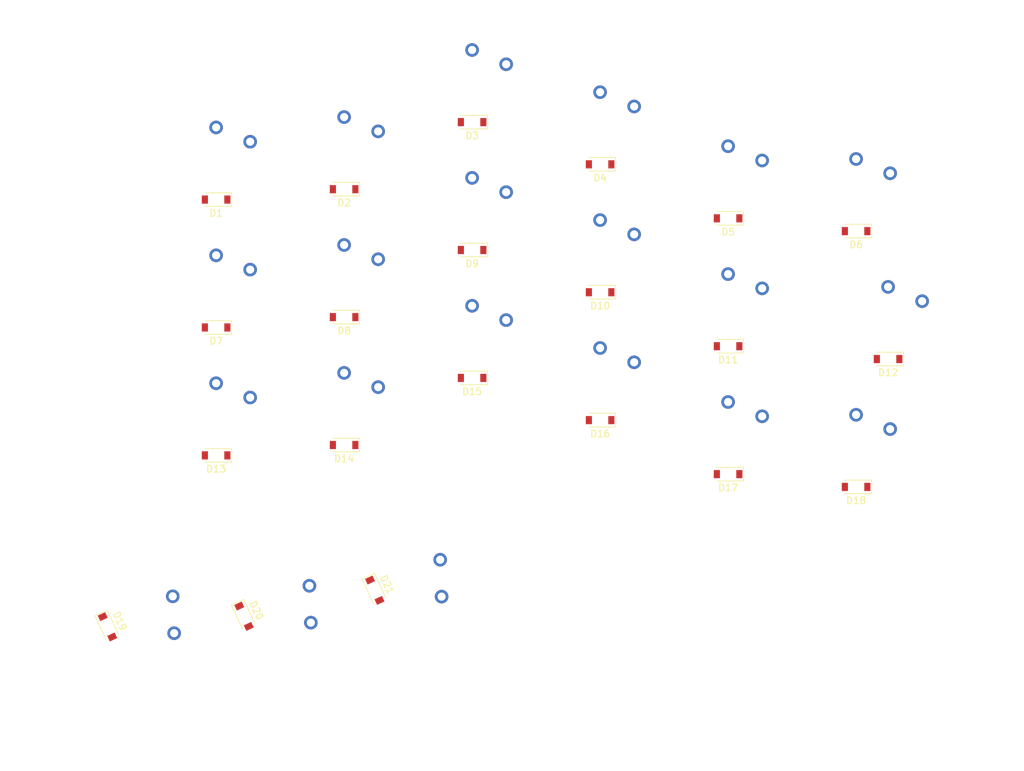
<source format=kicad_pcb>
(kicad_pcb (version 20171130) (host pcbnew "(5.1.9)-1")

  (general
    (thickness 1.6)
    (drawings 232)
    (tracks 0)
    (zones 0)
    (modules 42)
    (nets 32)
  )

  (page A4)
  (layers
    (0 F.Cu signal)
    (31 B.Cu signal)
    (32 B.Adhes user)
    (33 F.Adhes user)
    (34 B.Paste user)
    (35 F.Paste user)
    (36 B.SilkS user)
    (37 F.SilkS user)
    (38 B.Mask user)
    (39 F.Mask user)
    (40 Dwgs.User user)
    (41 Cmts.User user)
    (42 Eco1.User user)
    (43 Eco2.User user)
    (44 Edge.Cuts user)
    (45 Margin user)
    (46 B.CrtYd user)
    (47 F.CrtYd user)
    (48 B.Fab user)
    (49 F.Fab user)
  )

  (setup
    (last_trace_width 0.25)
    (trace_clearance 0.2)
    (zone_clearance 0.508)
    (zone_45_only no)
    (trace_min 0.2)
    (via_size 0.8)
    (via_drill 0.4)
    (via_min_size 0.4)
    (via_min_drill 0.3)
    (uvia_size 0.3)
    (uvia_drill 0.1)
    (uvias_allowed no)
    (uvia_min_size 0.2)
    (uvia_min_drill 0.1)
    (edge_width 0.05)
    (segment_width 0.2)
    (pcb_text_width 0.3)
    (pcb_text_size 1.5 1.5)
    (mod_edge_width 0.12)
    (mod_text_size 1 1)
    (mod_text_width 0.15)
    (pad_size 1.9 1.9)
    (pad_drill 1.9)
    (pad_to_mask_clearance 0)
    (aux_axis_origin 112.363013 62.358826)
    (visible_elements 7FFFFFFF)
    (pcbplotparams
      (layerselection 0x010fc_ffffffff)
      (usegerberextensions false)
      (usegerberattributes true)
      (usegerberadvancedattributes true)
      (creategerberjobfile true)
      (excludeedgelayer true)
      (linewidth 0.100000)
      (plotframeref false)
      (viasonmask false)
      (mode 1)
      (useauxorigin false)
      (hpglpennumber 1)
      (hpglpenspeed 20)
      (hpglpendiameter 15.000000)
      (psnegative false)
      (psa4output false)
      (plotreference true)
      (plotvalue true)
      (plotinvisibletext false)
      (padsonsilk false)
      (subtractmaskfromsilk false)
      (outputformat 1)
      (mirror false)
      (drillshape 1)
      (scaleselection 1)
      (outputdirectory ""))
  )

  (net 0 "")
  (net 1 "Net-(D1-Pad2)")
  (net 2 ROW0)
  (net 3 "Net-(D2-Pad2)")
  (net 4 "Net-(D3-Pad2)")
  (net 5 "Net-(D4-Pad2)")
  (net 6 "Net-(D5-Pad2)")
  (net 7 "Net-(D6-Pad2)")
  (net 8 "Net-(D7-Pad2)")
  (net 9 ROW1)
  (net 10 "Net-(D8-Pad2)")
  (net 11 "Net-(D9-Pad2)")
  (net 12 "Net-(D10-Pad2)")
  (net 13 "Net-(D11-Pad2)")
  (net 14 "Net-(D12-Pad2)")
  (net 15 "Net-(D13-Pad2)")
  (net 16 ROW2)
  (net 17 "Net-(D14-Pad2)")
  (net 18 "Net-(D15-Pad2)")
  (net 19 "Net-(D16-Pad2)")
  (net 20 "Net-(D17-Pad2)")
  (net 21 "Net-(D18-Pad2)")
  (net 22 "Net-(D19-Pad2)")
  (net 23 ROW3)
  (net 24 "Net-(D20-Pad2)")
  (net 25 "Net-(D21-Pad2)")
  (net 26 COL0)
  (net 27 COL1)
  (net 28 COL2)
  (net 29 COL3)
  (net 30 COL4)
  (net 31 COL5)

  (net_class Default "This is the default net class."
    (clearance 0.2)
    (trace_width 0.25)
    (via_dia 0.8)
    (via_drill 0.4)
    (uvia_dia 0.3)
    (uvia_drill 0.1)
    (add_net COL0)
    (add_net COL1)
    (add_net COL2)
    (add_net COL3)
    (add_net COL4)
    (add_net COL5)
    (add_net "Net-(D1-Pad2)")
    (add_net "Net-(D10-Pad2)")
    (add_net "Net-(D11-Pad2)")
    (add_net "Net-(D12-Pad2)")
    (add_net "Net-(D13-Pad2)")
    (add_net "Net-(D14-Pad2)")
    (add_net "Net-(D15-Pad2)")
    (add_net "Net-(D16-Pad2)")
    (add_net "Net-(D17-Pad2)")
    (add_net "Net-(D18-Pad2)")
    (add_net "Net-(D19-Pad2)")
    (add_net "Net-(D2-Pad2)")
    (add_net "Net-(D20-Pad2)")
    (add_net "Net-(D21-Pad2)")
    (add_net "Net-(D3-Pad2)")
    (add_net "Net-(D4-Pad2)")
    (add_net "Net-(D5-Pad2)")
    (add_net "Net-(D6-Pad2)")
    (add_net "Net-(D7-Pad2)")
    (add_net "Net-(D8-Pad2)")
    (add_net "Net-(D9-Pad2)")
    (add_net ROW0)
    (add_net ROW1)
    (add_net ROW2)
    (add_net ROW3)
  )

  (module Kailh_Choc:KailhChoc-2U (layer F.Cu) (tedit 617A0E35) (tstamp 617CC9A8)
    (at 37.256293 107.233158 295)
    (path /617B1F4D)
    (fp_text reference MX19 (at 0.024437 2.815078 115) (layer Dwgs.User)
      (effects (font (size 1 1) (thickness 0.15)))
    )
    (fp_text value MX-NoLED (at 0 -7.9375 115) (layer Dwgs.User)
      (effects (font (size 1 1) (thickness 0.15)))
    )
    (fp_line (start -19.05 9.17677) (end 19.05 9.17677) (layer Dwgs.User) (width 0.15))
    (fp_line (start 2.293179 3.656897) (end 2.293179 5.70523) (layer Dwgs.User) (width 0.12))
    (fp_line (start -2.293249 5.70523) (end 2.281449 5.70523) (layer Dwgs.User) (width 0.12))
    (fp_line (start -2.293249 3.652481) (end -2.293249 5.70523) (layer Dwgs.User) (width 0.12))
    (fp_line (start 2.293179 3.656897) (end -2.293249 3.652481) (layer Dwgs.User) (width 0.12))
    (fp_line (start 5 -7) (end 7 -7) (layer Dwgs.User) (width 0.15))
    (fp_line (start 7 -7) (end 7 -5) (layer Dwgs.User) (width 0.15))
    (fp_line (start 5 7) (end 7 7) (layer Dwgs.User) (width 0.15))
    (fp_line (start 7 7) (end 7 5) (layer Dwgs.User) (width 0.15))
    (fp_line (start -7 5) (end -7 7) (layer Dwgs.User) (width 0.15))
    (fp_line (start -7 7) (end -5 7) (layer Dwgs.User) (width 0.15))
    (fp_line (start -5 -7) (end -7 -7) (layer Dwgs.User) (width 0.15))
    (fp_line (start -7 -7) (end -7 -5) (layer Dwgs.User) (width 0.15))
    (fp_line (start 19.05 -9.87323) (end -19.05 -9.87323) (layer Dwgs.User) (width 0.15))
    (fp_line (start 19.05 -9.87323) (end 19.05 9.17677) (layer Dwgs.User) (width 0.15))
    (fp_line (start 0.299412 9.17677) (end -18.750588 9.17677) (layer Dwgs.User) (width 0.15))
    (fp_line (start -19.05 9.17677) (end -19.05 -9.87323) (layer Dwgs.User) (width 0.15))
    (pad "" np_thru_hole circle (at 5.5 0 343.1) (size 1.9 1.9) (drill 1.9) (layers *.Cu *.Mask))
    (pad "" np_thru_hole circle (at -5.5 0 343.1) (size 1.9 1.9) (drill 1.9) (layers *.Cu *.Mask))
    (pad 1 thru_hole circle (at 5 -3.8 295) (size 2 2) (drill 1.2) (layers *.Cu B.Mask)
      (net 26 COL0))
    (pad "" np_thru_hole circle (at 0 0 295) (size 3.4 3.4) (drill 3.4) (layers *.Cu *.Mask))
    (pad 2 thru_hole circle (at 0 -5.9 295) (size 2 2) (drill 1.2) (layers *.Cu B.Mask)
      (net 22 "Net-(D19-Pad2)"))
  )

  (module Kailh_Choc:KailhChoc-1.5U (layer F.Cu) (tedit 6179EF18) (tstamp 617CC9DA)
    (at 76.530948 101.858965 295)
    (path /617B1F67)
    (fp_text reference MX21 (at 0 2.54 115) (layer Dwgs.User)
      (effects (font (size 1 1) (thickness 0.15)))
    )
    (fp_text value MX-NoLED (at 0 -7.9375 115) (layer Dwgs.User)
      (effects (font (size 1 1) (thickness 0.15)))
    )
    (fp_line (start -14.2875 9.525) (end -14.2875 -9.525) (layer Dwgs.User) (width 0.15))
    (fp_line (start 14.2875 9.525) (end -14.2875 9.525) (layer Dwgs.User) (width 0.15))
    (fp_line (start 14.2875 -9.525) (end 14.2875 9.525) (layer Dwgs.User) (width 0.15))
    (fp_line (start -14.2875 -9.525) (end 14.2875 -9.525) (layer Dwgs.User) (width 0.15))
    (fp_line (start -7 -7) (end -7 -5) (layer Dwgs.User) (width 0.15))
    (fp_line (start -5 -7) (end -7 -7) (layer Dwgs.User) (width 0.15))
    (fp_line (start -7 7) (end -5 7) (layer Dwgs.User) (width 0.15))
    (fp_line (start -7 5) (end -7 7) (layer Dwgs.User) (width 0.15))
    (fp_line (start 7 7) (end 7 5) (layer Dwgs.User) (width 0.15))
    (fp_line (start 5 7) (end 7 7) (layer Dwgs.User) (width 0.15))
    (fp_line (start 7 -7) (end 7 -5) (layer Dwgs.User) (width 0.15))
    (fp_line (start 5 -7) (end 7 -7) (layer Dwgs.User) (width 0.15))
    (fp_line (start 2.290834 3.652347) (end -2.372125 3.652347) (layer Dwgs.User) (width 0.12))
    (fp_line (start -2.372125 3.652347) (end -2.372125 5.734661) (layer Dwgs.User) (width 0.12))
    (fp_line (start -2.372125 5.734661) (end 2.290834 5.734661) (layer Dwgs.User) (width 0.12))
    (fp_line (start 2.290834 5.734661) (end 2.290834 3.652347) (layer Dwgs.User) (width 0.12))
    (pad "" np_thru_hole circle (at 5.5 0 343.1) (size 1.9 1.9) (drill 1.9) (layers *.Cu *.Mask))
    (pad "" np_thru_hole circle (at -5.5 0 343.1) (size 1.9 1.9) (drill 1.9) (layers *.Cu *.Mask))
    (pad 1 thru_hole circle (at 5 -3.8 295) (size 2 2) (drill 1.2) (layers *.Cu B.Mask)
      (net 28 COL2))
    (pad "" np_thru_hole circle (at 0 0 295) (size 3.4 3.4) (drill 3.4) (layers *.Cu *.Mask))
    (pad 2 thru_hole circle (at 0 -5.9 295) (size 2 2) (drill 1.2) (layers *.Cu B.Mask)
      (net 25 "Net-(D21-Pad2)"))
  )

  (module Kailh_Choc:KailhChoc-1.5U (layer F.Cu) (tedit 6179EF18) (tstamp 617CC9C1)
    (at 57.330452 105.683928 295)
    (path /617B1F5A)
    (fp_text reference MX20 (at 0 2.54 115) (layer Dwgs.User)
      (effects (font (size 1 1) (thickness 0.15)))
    )
    (fp_text value MX-NoLED (at 0 -7.9375 115) (layer Dwgs.User)
      (effects (font (size 1 1) (thickness 0.15)))
    )
    (fp_line (start -14.2875 9.525) (end -14.2875 -9.525) (layer Dwgs.User) (width 0.15))
    (fp_line (start 14.2875 9.525) (end -14.2875 9.525) (layer Dwgs.User) (width 0.15))
    (fp_line (start 14.2875 -9.525) (end 14.2875 9.525) (layer Dwgs.User) (width 0.15))
    (fp_line (start -14.2875 -9.525) (end 14.2875 -9.525) (layer Dwgs.User) (width 0.15))
    (fp_line (start -7 -7) (end -7 -5) (layer Dwgs.User) (width 0.15))
    (fp_line (start -5 -7) (end -7 -7) (layer Dwgs.User) (width 0.15))
    (fp_line (start -7 7) (end -5 7) (layer Dwgs.User) (width 0.15))
    (fp_line (start -7 5) (end -7 7) (layer Dwgs.User) (width 0.15))
    (fp_line (start 7 7) (end 7 5) (layer Dwgs.User) (width 0.15))
    (fp_line (start 5 7) (end 7 7) (layer Dwgs.User) (width 0.15))
    (fp_line (start 7 -7) (end 7 -5) (layer Dwgs.User) (width 0.15))
    (fp_line (start 5 -7) (end 7 -7) (layer Dwgs.User) (width 0.15))
    (fp_line (start 2.290834 3.652347) (end -2.372125 3.652347) (layer Dwgs.User) (width 0.12))
    (fp_line (start -2.372125 3.652347) (end -2.372125 5.734661) (layer Dwgs.User) (width 0.12))
    (fp_line (start -2.372125 5.734661) (end 2.290834 5.734661) (layer Dwgs.User) (width 0.12))
    (fp_line (start 2.290834 5.734661) (end 2.290834 3.652347) (layer Dwgs.User) (width 0.12))
    (pad "" np_thru_hole circle (at 5.5 0 343.1) (size 1.9 1.9) (drill 1.9) (layers *.Cu *.Mask))
    (pad "" np_thru_hole circle (at -5.5 0 343.1) (size 1.9 1.9) (drill 1.9) (layers *.Cu *.Mask))
    (pad 1 thru_hole circle (at 5 -3.8 295) (size 2 2) (drill 1.2) (layers *.Cu B.Mask)
      (net 27 COL1))
    (pad "" np_thru_hole circle (at 0 0 295) (size 3.4 3.4) (drill 3.4) (layers *.Cu *.Mask))
    (pad 2 thru_hole circle (at 0 -5.9 295) (size 2 2) (drill 1.2) (layers *.Cu B.Mask)
      (net 24 "Net-(D20-Pad2)"))
  )

  (module Kailh_Choc:KailhChoc-1U (layer F.Cu) (tedit 6179B9F3) (tstamp 617CC98E)
    (at 142.954139 83.966696)
    (path /617AD503)
    (fp_text reference MX18 (at 0.024437 2.815078) (layer Dwgs.User)
      (effects (font (size 1 1) (thickness 0.15)))
    )
    (fp_text value MX-NoLED (at 0 -7.9375) (layer Dwgs.User)
      (effects (font (size 1 1) (thickness 0.15)))
    )
    (fp_line (start -9.525 9.525) (end -9.525 -9.525) (layer Dwgs.User) (width 0.15))
    (fp_line (start 9.525 9.525) (end -9.525 9.525) (layer Dwgs.User) (width 0.15))
    (fp_line (start 9.525 -9.525) (end 9.525 9.525) (layer Dwgs.User) (width 0.15))
    (fp_line (start -9.525 -9.525) (end 9.525 -9.525) (layer Dwgs.User) (width 0.15))
    (fp_line (start -7 -7) (end -7 -5) (layer Dwgs.User) (width 0.15))
    (fp_line (start -5 -7) (end -7 -7) (layer Dwgs.User) (width 0.15))
    (fp_line (start -7 7) (end -5 7) (layer Dwgs.User) (width 0.15))
    (fp_line (start -7 5) (end -7 7) (layer Dwgs.User) (width 0.15))
    (fp_line (start 7 7) (end 7 5) (layer Dwgs.User) (width 0.15))
    (fp_line (start 5 7) (end 7 7) (layer Dwgs.User) (width 0.15))
    (fp_line (start 7 -7) (end 7 -5) (layer Dwgs.User) (width 0.15))
    (fp_line (start 5 -7) (end 7 -7) (layer Dwgs.User) (width 0.15))
    (fp_line (start 2.293179 3.656897) (end -2.293249 3.652481) (layer Dwgs.User) (width 0.12))
    (fp_line (start -2.293249 3.652481) (end -2.293249 5.70523) (layer Dwgs.User) (width 0.12))
    (fp_line (start -2.293249 5.70523) (end 2.281449 5.70523) (layer Dwgs.User) (width 0.12))
    (fp_line (start 2.293179 3.656897) (end 2.293179 5.70523) (layer Dwgs.User) (width 0.12))
    (pad "" np_thru_hole circle (at 5.5 0 48.1) (size 1.9 1.9) (drill 1.9) (layers *.Cu *.Mask))
    (pad "" np_thru_hole circle (at -5.5 0 48.1) (size 1.9 1.9) (drill 1.9) (layers *.Cu *.Mask))
    (pad 1 thru_hole circle (at 5 -3.8) (size 2 2) (drill 1.2) (layers *.Cu B.Mask)
      (net 31 COL5))
    (pad "" np_thru_hole circle (at 0 0) (size 3.4 3.4) (drill 3.4) (layers *.Cu *.Mask))
    (pad 2 thru_hole circle (at 0 -5.9) (size 2 2) (drill 1.2) (layers *.Cu B.Mask)
      (net 21 "Net-(D18-Pad2)"))
  )

  (module Kailh_Choc:KailhChoc-1U (layer F.Cu) (tedit 6179B9F3) (tstamp 617CC975)
    (at 124.157605 82.087953)
    (path /617AD4F6)
    (fp_text reference MX17 (at 0.024437 2.815078) (layer Dwgs.User)
      (effects (font (size 1 1) (thickness 0.15)))
    )
    (fp_text value MX-NoLED (at 0 -7.9375) (layer Dwgs.User)
      (effects (font (size 1 1) (thickness 0.15)))
    )
    (fp_line (start -9.525 9.525) (end -9.525 -9.525) (layer Dwgs.User) (width 0.15))
    (fp_line (start 9.525 9.525) (end -9.525 9.525) (layer Dwgs.User) (width 0.15))
    (fp_line (start 9.525 -9.525) (end 9.525 9.525) (layer Dwgs.User) (width 0.15))
    (fp_line (start -9.525 -9.525) (end 9.525 -9.525) (layer Dwgs.User) (width 0.15))
    (fp_line (start -7 -7) (end -7 -5) (layer Dwgs.User) (width 0.15))
    (fp_line (start -5 -7) (end -7 -7) (layer Dwgs.User) (width 0.15))
    (fp_line (start -7 7) (end -5 7) (layer Dwgs.User) (width 0.15))
    (fp_line (start -7 5) (end -7 7) (layer Dwgs.User) (width 0.15))
    (fp_line (start 7 7) (end 7 5) (layer Dwgs.User) (width 0.15))
    (fp_line (start 5 7) (end 7 7) (layer Dwgs.User) (width 0.15))
    (fp_line (start 7 -7) (end 7 -5) (layer Dwgs.User) (width 0.15))
    (fp_line (start 5 -7) (end 7 -7) (layer Dwgs.User) (width 0.15))
    (fp_line (start 2.293179 3.656897) (end -2.293249 3.652481) (layer Dwgs.User) (width 0.12))
    (fp_line (start -2.293249 3.652481) (end -2.293249 5.70523) (layer Dwgs.User) (width 0.12))
    (fp_line (start -2.293249 5.70523) (end 2.281449 5.70523) (layer Dwgs.User) (width 0.12))
    (fp_line (start 2.293179 3.656897) (end 2.293179 5.70523) (layer Dwgs.User) (width 0.12))
    (pad "" np_thru_hole circle (at 5.5 0 48.1) (size 1.9 1.9) (drill 1.9) (layers *.Cu *.Mask))
    (pad "" np_thru_hole circle (at -5.5 0 48.1) (size 1.9 1.9) (drill 1.9) (layers *.Cu *.Mask))
    (pad 1 thru_hole circle (at 5 -3.8) (size 2 2) (drill 1.2) (layers *.Cu B.Mask)
      (net 30 COL4))
    (pad "" np_thru_hole circle (at 0 0) (size 3.4 3.4) (drill 3.4) (layers *.Cu *.Mask))
    (pad 2 thru_hole circle (at 0 -5.9) (size 2 2) (drill 1.2) (layers *.Cu B.Mask)
      (net 20 "Net-(D17-Pad2)"))
  )

  (module Kailh_Choc:KailhChoc-1U (layer F.Cu) (tedit 6179B9F3) (tstamp 617CC95C)
    (at 105.363013 74.151039)
    (path /617AD4E9)
    (fp_text reference MX16 (at 0.024437 2.815078) (layer Dwgs.User)
      (effects (font (size 1 1) (thickness 0.15)))
    )
    (fp_text value MX-NoLED (at 0 -7.9375) (layer Dwgs.User)
      (effects (font (size 1 1) (thickness 0.15)))
    )
    (fp_line (start -9.525 9.525) (end -9.525 -9.525) (layer Dwgs.User) (width 0.15))
    (fp_line (start 9.525 9.525) (end -9.525 9.525) (layer Dwgs.User) (width 0.15))
    (fp_line (start 9.525 -9.525) (end 9.525 9.525) (layer Dwgs.User) (width 0.15))
    (fp_line (start -9.525 -9.525) (end 9.525 -9.525) (layer Dwgs.User) (width 0.15))
    (fp_line (start -7 -7) (end -7 -5) (layer Dwgs.User) (width 0.15))
    (fp_line (start -5 -7) (end -7 -7) (layer Dwgs.User) (width 0.15))
    (fp_line (start -7 7) (end -5 7) (layer Dwgs.User) (width 0.15))
    (fp_line (start -7 5) (end -7 7) (layer Dwgs.User) (width 0.15))
    (fp_line (start 7 7) (end 7 5) (layer Dwgs.User) (width 0.15))
    (fp_line (start 5 7) (end 7 7) (layer Dwgs.User) (width 0.15))
    (fp_line (start 7 -7) (end 7 -5) (layer Dwgs.User) (width 0.15))
    (fp_line (start 5 -7) (end 7 -7) (layer Dwgs.User) (width 0.15))
    (fp_line (start 2.293179 3.656897) (end -2.293249 3.652481) (layer Dwgs.User) (width 0.12))
    (fp_line (start -2.293249 3.652481) (end -2.293249 5.70523) (layer Dwgs.User) (width 0.12))
    (fp_line (start -2.293249 5.70523) (end 2.281449 5.70523) (layer Dwgs.User) (width 0.12))
    (fp_line (start 2.293179 3.656897) (end 2.293179 5.70523) (layer Dwgs.User) (width 0.12))
    (pad "" np_thru_hole circle (at 5.5 0 48.1) (size 1.9 1.9) (drill 1.9) (layers *.Cu *.Mask))
    (pad "" np_thru_hole circle (at -5.5 0 48.1) (size 1.9 1.9) (drill 1.9) (layers *.Cu *.Mask))
    (pad 1 thru_hole circle (at 5 -3.8) (size 2 2) (drill 1.2) (layers *.Cu B.Mask)
      (net 29 COL3))
    (pad "" np_thru_hole circle (at 0 0) (size 3.4 3.4) (drill 3.4) (layers *.Cu *.Mask))
    (pad 2 thru_hole circle (at 0 -5.9) (size 2 2) (drill 1.2) (layers *.Cu B.Mask)
      (net 19 "Net-(D16-Pad2)"))
  )

  (module Kailh_Choc:KailhChoc-1U (layer F.Cu) (tedit 6179B9F3) (tstamp 617CC943)
    (at 86.566497 67.950263)
    (path /617AD4DC)
    (fp_text reference MX15 (at 0.024437 2.815078) (layer Dwgs.User)
      (effects (font (size 1 1) (thickness 0.15)))
    )
    (fp_text value MX-NoLED (at 0 -7.9375) (layer Dwgs.User)
      (effects (font (size 1 1) (thickness 0.15)))
    )
    (fp_line (start -9.525 9.525) (end -9.525 -9.525) (layer Dwgs.User) (width 0.15))
    (fp_line (start 9.525 9.525) (end -9.525 9.525) (layer Dwgs.User) (width 0.15))
    (fp_line (start 9.525 -9.525) (end 9.525 9.525) (layer Dwgs.User) (width 0.15))
    (fp_line (start -9.525 -9.525) (end 9.525 -9.525) (layer Dwgs.User) (width 0.15))
    (fp_line (start -7 -7) (end -7 -5) (layer Dwgs.User) (width 0.15))
    (fp_line (start -5 -7) (end -7 -7) (layer Dwgs.User) (width 0.15))
    (fp_line (start -7 7) (end -5 7) (layer Dwgs.User) (width 0.15))
    (fp_line (start -7 5) (end -7 7) (layer Dwgs.User) (width 0.15))
    (fp_line (start 7 7) (end 7 5) (layer Dwgs.User) (width 0.15))
    (fp_line (start 5 7) (end 7 7) (layer Dwgs.User) (width 0.15))
    (fp_line (start 7 -7) (end 7 -5) (layer Dwgs.User) (width 0.15))
    (fp_line (start 5 -7) (end 7 -7) (layer Dwgs.User) (width 0.15))
    (fp_line (start 2.293179 3.656897) (end -2.293249 3.652481) (layer Dwgs.User) (width 0.12))
    (fp_line (start -2.293249 3.652481) (end -2.293249 5.70523) (layer Dwgs.User) (width 0.12))
    (fp_line (start -2.293249 5.70523) (end 2.281449 5.70523) (layer Dwgs.User) (width 0.12))
    (fp_line (start 2.293179 3.656897) (end 2.293179 5.70523) (layer Dwgs.User) (width 0.12))
    (pad "" np_thru_hole circle (at 5.5 0 48.1) (size 1.9 1.9) (drill 1.9) (layers *.Cu *.Mask))
    (pad "" np_thru_hole circle (at -5.5 0 48.1) (size 1.9 1.9) (drill 1.9) (layers *.Cu *.Mask))
    (pad 1 thru_hole circle (at 5 -3.8) (size 2 2) (drill 1.2) (layers *.Cu B.Mask)
      (net 28 COL2))
    (pad "" np_thru_hole circle (at 0 0) (size 3.4 3.4) (drill 3.4) (layers *.Cu *.Mask))
    (pad 2 thru_hole circle (at 0 -5.9) (size 2 2) (drill 1.2) (layers *.Cu B.Mask)
      (net 18 "Net-(D15-Pad2)"))
  )

  (module Kailh_Choc:KailhChoc-1U (layer F.Cu) (tedit 6179B9F3) (tstamp 617CC92A)
    (at 67.771906 77.806373)
    (path /617AD4CF)
    (fp_text reference MX14 (at 0.024437 2.815078) (layer Dwgs.User)
      (effects (font (size 1 1) (thickness 0.15)))
    )
    (fp_text value MX-NoLED (at 0 -7.9375) (layer Dwgs.User)
      (effects (font (size 1 1) (thickness 0.15)))
    )
    (fp_line (start -9.525 9.525) (end -9.525 -9.525) (layer Dwgs.User) (width 0.15))
    (fp_line (start 9.525 9.525) (end -9.525 9.525) (layer Dwgs.User) (width 0.15))
    (fp_line (start 9.525 -9.525) (end 9.525 9.525) (layer Dwgs.User) (width 0.15))
    (fp_line (start -9.525 -9.525) (end 9.525 -9.525) (layer Dwgs.User) (width 0.15))
    (fp_line (start -7 -7) (end -7 -5) (layer Dwgs.User) (width 0.15))
    (fp_line (start -5 -7) (end -7 -7) (layer Dwgs.User) (width 0.15))
    (fp_line (start -7 7) (end -5 7) (layer Dwgs.User) (width 0.15))
    (fp_line (start -7 5) (end -7 7) (layer Dwgs.User) (width 0.15))
    (fp_line (start 7 7) (end 7 5) (layer Dwgs.User) (width 0.15))
    (fp_line (start 5 7) (end 7 7) (layer Dwgs.User) (width 0.15))
    (fp_line (start 7 -7) (end 7 -5) (layer Dwgs.User) (width 0.15))
    (fp_line (start 5 -7) (end 7 -7) (layer Dwgs.User) (width 0.15))
    (fp_line (start 2.293179 3.656897) (end -2.293249 3.652481) (layer Dwgs.User) (width 0.12))
    (fp_line (start -2.293249 3.652481) (end -2.293249 5.70523) (layer Dwgs.User) (width 0.12))
    (fp_line (start -2.293249 5.70523) (end 2.281449 5.70523) (layer Dwgs.User) (width 0.12))
    (fp_line (start 2.293179 3.656897) (end 2.293179 5.70523) (layer Dwgs.User) (width 0.12))
    (pad "" np_thru_hole circle (at 5.5 0 48.1) (size 1.9 1.9) (drill 1.9) (layers *.Cu *.Mask))
    (pad "" np_thru_hole circle (at -5.5 0 48.1) (size 1.9 1.9) (drill 1.9) (layers *.Cu *.Mask))
    (pad 1 thru_hole circle (at 5 -3.8) (size 2 2) (drill 1.2) (layers *.Cu B.Mask)
      (net 27 COL1))
    (pad "" np_thru_hole circle (at 0 0) (size 3.4 3.4) (drill 3.4) (layers *.Cu *.Mask))
    (pad 2 thru_hole circle (at 0 -5.9) (size 2 2) (drill 1.2) (layers *.Cu B.Mask)
      (net 17 "Net-(D14-Pad2)"))
  )

  (module Kailh_Choc:KailhChoc-1U (layer F.Cu) (tedit 6179B9F3) (tstamp 617CC911)
    (at 48.975392 79.330554)
    (path /617AD4C2)
    (fp_text reference MX13 (at 0.024437 2.815078) (layer Dwgs.User)
      (effects (font (size 1 1) (thickness 0.15)))
    )
    (fp_text value MX-NoLED (at 0 -7.9375) (layer Dwgs.User)
      (effects (font (size 1 1) (thickness 0.15)))
    )
    (fp_line (start -9.525 9.525) (end -9.525 -9.525) (layer Dwgs.User) (width 0.15))
    (fp_line (start 9.525 9.525) (end -9.525 9.525) (layer Dwgs.User) (width 0.15))
    (fp_line (start 9.525 -9.525) (end 9.525 9.525) (layer Dwgs.User) (width 0.15))
    (fp_line (start -9.525 -9.525) (end 9.525 -9.525) (layer Dwgs.User) (width 0.15))
    (fp_line (start -7 -7) (end -7 -5) (layer Dwgs.User) (width 0.15))
    (fp_line (start -5 -7) (end -7 -7) (layer Dwgs.User) (width 0.15))
    (fp_line (start -7 7) (end -5 7) (layer Dwgs.User) (width 0.15))
    (fp_line (start -7 5) (end -7 7) (layer Dwgs.User) (width 0.15))
    (fp_line (start 7 7) (end 7 5) (layer Dwgs.User) (width 0.15))
    (fp_line (start 5 7) (end 7 7) (layer Dwgs.User) (width 0.15))
    (fp_line (start 7 -7) (end 7 -5) (layer Dwgs.User) (width 0.15))
    (fp_line (start 5 -7) (end 7 -7) (layer Dwgs.User) (width 0.15))
    (fp_line (start 2.293179 3.656897) (end -2.293249 3.652481) (layer Dwgs.User) (width 0.12))
    (fp_line (start -2.293249 3.652481) (end -2.293249 5.70523) (layer Dwgs.User) (width 0.12))
    (fp_line (start -2.293249 5.70523) (end 2.281449 5.70523) (layer Dwgs.User) (width 0.12))
    (fp_line (start 2.293179 3.656897) (end 2.293179 5.70523) (layer Dwgs.User) (width 0.12))
    (pad "" np_thru_hole circle (at 5.5 0 48.1) (size 1.9 1.9) (drill 1.9) (layers *.Cu *.Mask))
    (pad "" np_thru_hole circle (at -5.5 0 48.1) (size 1.9 1.9) (drill 1.9) (layers *.Cu *.Mask))
    (pad 1 thru_hole circle (at 5 -3.8) (size 2 2) (drill 1.2) (layers *.Cu B.Mask)
      (net 26 COL0))
    (pad "" np_thru_hole circle (at 0 0) (size 3.4 3.4) (drill 3.4) (layers *.Cu *.Mask))
    (pad 2 thru_hole circle (at 0 -5.9) (size 2 2) (drill 1.2) (layers *.Cu B.Mask)
      (net 15 "Net-(D13-Pad2)"))
  )

  (module Kailh_Choc:KailhChoc-1.5U (layer F.Cu) (tedit 6179EF18) (tstamp 617CC8F8)
    (at 147.652267 65.173603)
    (path /617A9AD8)
    (fp_text reference MX12 (at 0 2.54) (layer Dwgs.User)
      (effects (font (size 1 1) (thickness 0.15)))
    )
    (fp_text value MX-NoLED (at 0 -7.9375) (layer Dwgs.User)
      (effects (font (size 1 1) (thickness 0.15)))
    )
    (fp_line (start -14.2875 9.525) (end -14.2875 -9.525) (layer Dwgs.User) (width 0.15))
    (fp_line (start 14.2875 9.525) (end -14.2875 9.525) (layer Dwgs.User) (width 0.15))
    (fp_line (start 14.2875 -9.525) (end 14.2875 9.525) (layer Dwgs.User) (width 0.15))
    (fp_line (start -14.2875 -9.525) (end 14.2875 -9.525) (layer Dwgs.User) (width 0.15))
    (fp_line (start -7 -7) (end -7 -5) (layer Dwgs.User) (width 0.15))
    (fp_line (start -5 -7) (end -7 -7) (layer Dwgs.User) (width 0.15))
    (fp_line (start -7 7) (end -5 7) (layer Dwgs.User) (width 0.15))
    (fp_line (start -7 5) (end -7 7) (layer Dwgs.User) (width 0.15))
    (fp_line (start 7 7) (end 7 5) (layer Dwgs.User) (width 0.15))
    (fp_line (start 5 7) (end 7 7) (layer Dwgs.User) (width 0.15))
    (fp_line (start 7 -7) (end 7 -5) (layer Dwgs.User) (width 0.15))
    (fp_line (start 5 -7) (end 7 -7) (layer Dwgs.User) (width 0.15))
    (fp_line (start 2.290834 3.652347) (end -2.372125 3.652347) (layer Dwgs.User) (width 0.12))
    (fp_line (start -2.372125 3.652347) (end -2.372125 5.734661) (layer Dwgs.User) (width 0.12))
    (fp_line (start -2.372125 5.734661) (end 2.290834 5.734661) (layer Dwgs.User) (width 0.12))
    (fp_line (start 2.290834 5.734661) (end 2.290834 3.652347) (layer Dwgs.User) (width 0.12))
    (pad "" np_thru_hole circle (at 5.5 0 48.1) (size 1.9 1.9) (drill 1.9) (layers *.Cu *.Mask))
    (pad "" np_thru_hole circle (at -5.5 0 48.1) (size 1.9 1.9) (drill 1.9) (layers *.Cu *.Mask))
    (pad 1 thru_hole circle (at 5 -3.8) (size 2 2) (drill 1.2) (layers *.Cu B.Mask)
      (net 31 COL5))
    (pad "" np_thru_hole circle (at 0 0) (size 3.4 3.4) (drill 3.4) (layers *.Cu *.Mask))
    (pad 2 thru_hole circle (at 0 -5.9) (size 2 2) (drill 1.2) (layers *.Cu B.Mask)
      (net 14 "Net-(D12-Pad2)"))
  )

  (module Kailh_Choc:KailhChoc-1U (layer F.Cu) (tedit 6179B9F3) (tstamp 617CC8DF)
    (at 124.157605 63.292933)
    (path /617A9ACB)
    (fp_text reference MX11 (at 0.024437 2.815078) (layer Dwgs.User)
      (effects (font (size 1 1) (thickness 0.15)))
    )
    (fp_text value MX-NoLED (at 0 -7.9375) (layer Dwgs.User)
      (effects (font (size 1 1) (thickness 0.15)))
    )
    (fp_line (start -9.525 9.525) (end -9.525 -9.525) (layer Dwgs.User) (width 0.15))
    (fp_line (start 9.525 9.525) (end -9.525 9.525) (layer Dwgs.User) (width 0.15))
    (fp_line (start 9.525 -9.525) (end 9.525 9.525) (layer Dwgs.User) (width 0.15))
    (fp_line (start -9.525 -9.525) (end 9.525 -9.525) (layer Dwgs.User) (width 0.15))
    (fp_line (start -7 -7) (end -7 -5) (layer Dwgs.User) (width 0.15))
    (fp_line (start -5 -7) (end -7 -7) (layer Dwgs.User) (width 0.15))
    (fp_line (start -7 7) (end -5 7) (layer Dwgs.User) (width 0.15))
    (fp_line (start -7 5) (end -7 7) (layer Dwgs.User) (width 0.15))
    (fp_line (start 7 7) (end 7 5) (layer Dwgs.User) (width 0.15))
    (fp_line (start 5 7) (end 7 7) (layer Dwgs.User) (width 0.15))
    (fp_line (start 7 -7) (end 7 -5) (layer Dwgs.User) (width 0.15))
    (fp_line (start 5 -7) (end 7 -7) (layer Dwgs.User) (width 0.15))
    (fp_line (start 2.293179 3.656897) (end -2.293249 3.652481) (layer Dwgs.User) (width 0.12))
    (fp_line (start -2.293249 3.652481) (end -2.293249 5.70523) (layer Dwgs.User) (width 0.12))
    (fp_line (start -2.293249 5.70523) (end 2.281449 5.70523) (layer Dwgs.User) (width 0.12))
    (fp_line (start 2.293179 3.656897) (end 2.293179 5.70523) (layer Dwgs.User) (width 0.12))
    (pad "" np_thru_hole circle (at 5.5 0 48.1) (size 1.9 1.9) (drill 1.9) (layers *.Cu *.Mask))
    (pad "" np_thru_hole circle (at -5.5 0 48.1) (size 1.9 1.9) (drill 1.9) (layers *.Cu *.Mask))
    (pad 1 thru_hole circle (at 5 -3.8) (size 2 2) (drill 1.2) (layers *.Cu B.Mask)
      (net 30 COL4))
    (pad "" np_thru_hole circle (at 0 0) (size 3.4 3.4) (drill 3.4) (layers *.Cu *.Mask))
    (pad 2 thru_hole circle (at 0 -5.9) (size 2 2) (drill 1.2) (layers *.Cu B.Mask)
      (net 13 "Net-(D11-Pad2)"))
  )

  (module Kailh_Choc:KailhChoc-1U (layer F.Cu) (tedit 6179B9F3) (tstamp 617CC8C6)
    (at 105.363013 55.357946)
    (path /617A9ABE)
    (fp_text reference MX10 (at 0.024437 2.815078) (layer Dwgs.User)
      (effects (font (size 1 1) (thickness 0.15)))
    )
    (fp_text value MX-NoLED (at 0 -7.9375) (layer Dwgs.User)
      (effects (font (size 1 1) (thickness 0.15)))
    )
    (fp_line (start -9.525 9.525) (end -9.525 -9.525) (layer Dwgs.User) (width 0.15))
    (fp_line (start 9.525 9.525) (end -9.525 9.525) (layer Dwgs.User) (width 0.15))
    (fp_line (start 9.525 -9.525) (end 9.525 9.525) (layer Dwgs.User) (width 0.15))
    (fp_line (start -9.525 -9.525) (end 9.525 -9.525) (layer Dwgs.User) (width 0.15))
    (fp_line (start -7 -7) (end -7 -5) (layer Dwgs.User) (width 0.15))
    (fp_line (start -5 -7) (end -7 -7) (layer Dwgs.User) (width 0.15))
    (fp_line (start -7 7) (end -5 7) (layer Dwgs.User) (width 0.15))
    (fp_line (start -7 5) (end -7 7) (layer Dwgs.User) (width 0.15))
    (fp_line (start 7 7) (end 7 5) (layer Dwgs.User) (width 0.15))
    (fp_line (start 5 7) (end 7 7) (layer Dwgs.User) (width 0.15))
    (fp_line (start 7 -7) (end 7 -5) (layer Dwgs.User) (width 0.15))
    (fp_line (start 5 -7) (end 7 -7) (layer Dwgs.User) (width 0.15))
    (fp_line (start 2.293179 3.656897) (end -2.293249 3.652481) (layer Dwgs.User) (width 0.12))
    (fp_line (start -2.293249 3.652481) (end -2.293249 5.70523) (layer Dwgs.User) (width 0.12))
    (fp_line (start -2.293249 5.70523) (end 2.281449 5.70523) (layer Dwgs.User) (width 0.12))
    (fp_line (start 2.293179 3.656897) (end 2.293179 5.70523) (layer Dwgs.User) (width 0.12))
    (pad "" np_thru_hole circle (at 5.5 0 48.1) (size 1.9 1.9) (drill 1.9) (layers *.Cu *.Mask))
    (pad "" np_thru_hole circle (at -5.5 0 48.1) (size 1.9 1.9) (drill 1.9) (layers *.Cu *.Mask))
    (pad 1 thru_hole circle (at 5 -3.8) (size 2 2) (drill 1.2) (layers *.Cu B.Mask)
      (net 29 COL3))
    (pad "" np_thru_hole circle (at 0 0) (size 3.4 3.4) (drill 3.4) (layers *.Cu *.Mask))
    (pad 2 thru_hole circle (at 0 -5.9) (size 2 2) (drill 1.2) (layers *.Cu B.Mask)
      (net 12 "Net-(D10-Pad2)"))
  )

  (module Kailh_Choc:KailhChoc-1U (layer F.Cu) (tedit 6179B9F3) (tstamp 617CC8AD)
    (at 86.566497 49.155243)
    (path /617A9AB1)
    (fp_text reference MX9 (at 0.024437 2.815078) (layer Dwgs.User)
      (effects (font (size 1 1) (thickness 0.15)))
    )
    (fp_text value MX-NoLED (at 0 -7.9375) (layer Dwgs.User)
      (effects (font (size 1 1) (thickness 0.15)))
    )
    (fp_line (start -9.525 9.525) (end -9.525 -9.525) (layer Dwgs.User) (width 0.15))
    (fp_line (start 9.525 9.525) (end -9.525 9.525) (layer Dwgs.User) (width 0.15))
    (fp_line (start 9.525 -9.525) (end 9.525 9.525) (layer Dwgs.User) (width 0.15))
    (fp_line (start -9.525 -9.525) (end 9.525 -9.525) (layer Dwgs.User) (width 0.15))
    (fp_line (start -7 -7) (end -7 -5) (layer Dwgs.User) (width 0.15))
    (fp_line (start -5 -7) (end -7 -7) (layer Dwgs.User) (width 0.15))
    (fp_line (start -7 7) (end -5 7) (layer Dwgs.User) (width 0.15))
    (fp_line (start -7 5) (end -7 7) (layer Dwgs.User) (width 0.15))
    (fp_line (start 7 7) (end 7 5) (layer Dwgs.User) (width 0.15))
    (fp_line (start 5 7) (end 7 7) (layer Dwgs.User) (width 0.15))
    (fp_line (start 7 -7) (end 7 -5) (layer Dwgs.User) (width 0.15))
    (fp_line (start 5 -7) (end 7 -7) (layer Dwgs.User) (width 0.15))
    (fp_line (start 2.293179 3.656897) (end -2.293249 3.652481) (layer Dwgs.User) (width 0.12))
    (fp_line (start -2.293249 3.652481) (end -2.293249 5.70523) (layer Dwgs.User) (width 0.12))
    (fp_line (start -2.293249 5.70523) (end 2.281449 5.70523) (layer Dwgs.User) (width 0.12))
    (fp_line (start 2.293179 3.656897) (end 2.293179 5.70523) (layer Dwgs.User) (width 0.12))
    (pad "" np_thru_hole circle (at 5.5 0 48.1) (size 1.9 1.9) (drill 1.9) (layers *.Cu *.Mask))
    (pad "" np_thru_hole circle (at -5.5 0 48.1) (size 1.9 1.9) (drill 1.9) (layers *.Cu *.Mask))
    (pad 1 thru_hole circle (at 5 -3.8) (size 2 2) (drill 1.2) (layers *.Cu B.Mask)
      (net 28 COL2))
    (pad "" np_thru_hole circle (at 0 0) (size 3.4 3.4) (drill 3.4) (layers *.Cu *.Mask))
    (pad 2 thru_hole circle (at 0 -5.9) (size 2 2) (drill 1.2) (layers *.Cu B.Mask)
      (net 11 "Net-(D9-Pad2)"))
  )

  (module Kailh_Choc:KailhChoc-1U (layer F.Cu) (tedit 6179B9F3) (tstamp 617CC894)
    (at 67.771906 59.011353)
    (path /617A9AA4)
    (fp_text reference MX8 (at 0.024437 2.815078) (layer Dwgs.User)
      (effects (font (size 1 1) (thickness 0.15)))
    )
    (fp_text value MX-NoLED (at 0 -7.9375) (layer Dwgs.User)
      (effects (font (size 1 1) (thickness 0.15)))
    )
    (fp_line (start -9.525 9.525) (end -9.525 -9.525) (layer Dwgs.User) (width 0.15))
    (fp_line (start 9.525 9.525) (end -9.525 9.525) (layer Dwgs.User) (width 0.15))
    (fp_line (start 9.525 -9.525) (end 9.525 9.525) (layer Dwgs.User) (width 0.15))
    (fp_line (start -9.525 -9.525) (end 9.525 -9.525) (layer Dwgs.User) (width 0.15))
    (fp_line (start -7 -7) (end -7 -5) (layer Dwgs.User) (width 0.15))
    (fp_line (start -5 -7) (end -7 -7) (layer Dwgs.User) (width 0.15))
    (fp_line (start -7 7) (end -5 7) (layer Dwgs.User) (width 0.15))
    (fp_line (start -7 5) (end -7 7) (layer Dwgs.User) (width 0.15))
    (fp_line (start 7 7) (end 7 5) (layer Dwgs.User) (width 0.15))
    (fp_line (start 5 7) (end 7 7) (layer Dwgs.User) (width 0.15))
    (fp_line (start 7 -7) (end 7 -5) (layer Dwgs.User) (width 0.15))
    (fp_line (start 5 -7) (end 7 -7) (layer Dwgs.User) (width 0.15))
    (fp_line (start 2.293179 3.656897) (end -2.293249 3.652481) (layer Dwgs.User) (width 0.12))
    (fp_line (start -2.293249 3.652481) (end -2.293249 5.70523) (layer Dwgs.User) (width 0.12))
    (fp_line (start -2.293249 5.70523) (end 2.281449 5.70523) (layer Dwgs.User) (width 0.12))
    (fp_line (start 2.293179 3.656897) (end 2.293179 5.70523) (layer Dwgs.User) (width 0.12))
    (pad "" np_thru_hole circle (at 5.5 0 48.1) (size 1.9 1.9) (drill 1.9) (layers *.Cu *.Mask))
    (pad "" np_thru_hole circle (at -5.5 0 48.1) (size 1.9 1.9) (drill 1.9) (layers *.Cu *.Mask))
    (pad 1 thru_hole circle (at 5 -3.8) (size 2 2) (drill 1.2) (layers *.Cu B.Mask)
      (net 27 COL1))
    (pad "" np_thru_hole circle (at 0 0) (size 3.4 3.4) (drill 3.4) (layers *.Cu *.Mask))
    (pad 2 thru_hole circle (at 0 -5.9) (size 2 2) (drill 1.2) (layers *.Cu B.Mask)
      (net 10 "Net-(D8-Pad2)"))
  )

  (module Kailh_Choc:KailhChoc-1U (layer F.Cu) (tedit 6179B9F3) (tstamp 617CC87B)
    (at 48.975392 60.535534)
    (path /617A9A97)
    (fp_text reference MX7 (at 0.024437 2.815078) (layer Dwgs.User)
      (effects (font (size 1 1) (thickness 0.15)))
    )
    (fp_text value MX-NoLED (at 0 -7.9375) (layer Dwgs.User)
      (effects (font (size 1 1) (thickness 0.15)))
    )
    (fp_line (start -9.525 9.525) (end -9.525 -9.525) (layer Dwgs.User) (width 0.15))
    (fp_line (start 9.525 9.525) (end -9.525 9.525) (layer Dwgs.User) (width 0.15))
    (fp_line (start 9.525 -9.525) (end 9.525 9.525) (layer Dwgs.User) (width 0.15))
    (fp_line (start -9.525 -9.525) (end 9.525 -9.525) (layer Dwgs.User) (width 0.15))
    (fp_line (start -7 -7) (end -7 -5) (layer Dwgs.User) (width 0.15))
    (fp_line (start -5 -7) (end -7 -7) (layer Dwgs.User) (width 0.15))
    (fp_line (start -7 7) (end -5 7) (layer Dwgs.User) (width 0.15))
    (fp_line (start -7 5) (end -7 7) (layer Dwgs.User) (width 0.15))
    (fp_line (start 7 7) (end 7 5) (layer Dwgs.User) (width 0.15))
    (fp_line (start 5 7) (end 7 7) (layer Dwgs.User) (width 0.15))
    (fp_line (start 7 -7) (end 7 -5) (layer Dwgs.User) (width 0.15))
    (fp_line (start 5 -7) (end 7 -7) (layer Dwgs.User) (width 0.15))
    (fp_line (start 2.293179 3.656897) (end -2.293249 3.652481) (layer Dwgs.User) (width 0.12))
    (fp_line (start -2.293249 3.652481) (end -2.293249 5.70523) (layer Dwgs.User) (width 0.12))
    (fp_line (start -2.293249 5.70523) (end 2.281449 5.70523) (layer Dwgs.User) (width 0.12))
    (fp_line (start 2.293179 3.656897) (end 2.293179 5.70523) (layer Dwgs.User) (width 0.12))
    (pad "" np_thru_hole circle (at 5.5 0 48.1) (size 1.9 1.9) (drill 1.9) (layers *.Cu *.Mask))
    (pad "" np_thru_hole circle (at -5.5 0 48.1) (size 1.9 1.9) (drill 1.9) (layers *.Cu *.Mask))
    (pad 1 thru_hole circle (at 5 -3.8) (size 2 2) (drill 1.2) (layers *.Cu B.Mask)
      (net 26 COL0))
    (pad "" np_thru_hole circle (at 0 0) (size 3.4 3.4) (drill 3.4) (layers *.Cu *.Mask))
    (pad 2 thru_hole circle (at 0 -5.9) (size 2 2) (drill 1.2) (layers *.Cu B.Mask)
      (net 8 "Net-(D7-Pad2)"))
  )

  (module Kailh_Choc:KailhChoc-1U (layer F.Cu) (tedit 6179B9F3) (tstamp 617CC862)
    (at 142.9541 46.378582)
    (path /617A26BD)
    (fp_text reference MX6 (at 0.024437 2.815078) (layer Dwgs.User)
      (effects (font (size 1 1) (thickness 0.15)))
    )
    (fp_text value MX-NoLED (at 0 -7.9375) (layer Dwgs.User)
      (effects (font (size 1 1) (thickness 0.15)))
    )
    (fp_line (start -9.525 9.525) (end -9.525 -9.525) (layer Dwgs.User) (width 0.15))
    (fp_line (start 9.525 9.525) (end -9.525 9.525) (layer Dwgs.User) (width 0.15))
    (fp_line (start 9.525 -9.525) (end 9.525 9.525) (layer Dwgs.User) (width 0.15))
    (fp_line (start -9.525 -9.525) (end 9.525 -9.525) (layer Dwgs.User) (width 0.15))
    (fp_line (start -7 -7) (end -7 -5) (layer Dwgs.User) (width 0.15))
    (fp_line (start -5 -7) (end -7 -7) (layer Dwgs.User) (width 0.15))
    (fp_line (start -7 7) (end -5 7) (layer Dwgs.User) (width 0.15))
    (fp_line (start -7 5) (end -7 7) (layer Dwgs.User) (width 0.15))
    (fp_line (start 7 7) (end 7 5) (layer Dwgs.User) (width 0.15))
    (fp_line (start 5 7) (end 7 7) (layer Dwgs.User) (width 0.15))
    (fp_line (start 7 -7) (end 7 -5) (layer Dwgs.User) (width 0.15))
    (fp_line (start 5 -7) (end 7 -7) (layer Dwgs.User) (width 0.15))
    (fp_line (start 2.293179 3.656897) (end -2.293249 3.652481) (layer Dwgs.User) (width 0.12))
    (fp_line (start -2.293249 3.652481) (end -2.293249 5.70523) (layer Dwgs.User) (width 0.12))
    (fp_line (start -2.293249 5.70523) (end 2.281449 5.70523) (layer Dwgs.User) (width 0.12))
    (fp_line (start 2.293179 3.656897) (end 2.293179 5.70523) (layer Dwgs.User) (width 0.12))
    (pad "" np_thru_hole circle (at 5.5 0 48.1) (size 1.9 1.9) (drill 1.9) (layers *.Cu *.Mask))
    (pad "" np_thru_hole circle (at -5.5 0 48.1) (size 1.9 1.9) (drill 1.9) (layers *.Cu *.Mask))
    (pad 1 thru_hole circle (at 5 -3.8) (size 2 2) (drill 1.2) (layers *.Cu B.Mask)
      (net 31 COL5))
    (pad "" np_thru_hole circle (at 0 0) (size 3.4 3.4) (drill 3.4) (layers *.Cu *.Mask))
    (pad 2 thru_hole circle (at 0 -5.9) (size 2 2) (drill 1.2) (layers *.Cu B.Mask)
      (net 7 "Net-(D6-Pad2)"))
  )

  (module Kailh_Choc:KailhChoc-1U (layer F.Cu) (tedit 6179B9F3) (tstamp 617CC849)
    (at 124.157605 44.49984)
    (path /617A26B0)
    (fp_text reference MX5 (at 0.024437 2.815078) (layer Dwgs.User)
      (effects (font (size 1 1) (thickness 0.15)))
    )
    (fp_text value MX-NoLED (at 0 -7.9375) (layer Dwgs.User)
      (effects (font (size 1 1) (thickness 0.15)))
    )
    (fp_line (start -9.525 9.525) (end -9.525 -9.525) (layer Dwgs.User) (width 0.15))
    (fp_line (start 9.525 9.525) (end -9.525 9.525) (layer Dwgs.User) (width 0.15))
    (fp_line (start 9.525 -9.525) (end 9.525 9.525) (layer Dwgs.User) (width 0.15))
    (fp_line (start -9.525 -9.525) (end 9.525 -9.525) (layer Dwgs.User) (width 0.15))
    (fp_line (start -7 -7) (end -7 -5) (layer Dwgs.User) (width 0.15))
    (fp_line (start -5 -7) (end -7 -7) (layer Dwgs.User) (width 0.15))
    (fp_line (start -7 7) (end -5 7) (layer Dwgs.User) (width 0.15))
    (fp_line (start -7 5) (end -7 7) (layer Dwgs.User) (width 0.15))
    (fp_line (start 7 7) (end 7 5) (layer Dwgs.User) (width 0.15))
    (fp_line (start 5 7) (end 7 7) (layer Dwgs.User) (width 0.15))
    (fp_line (start 7 -7) (end 7 -5) (layer Dwgs.User) (width 0.15))
    (fp_line (start 5 -7) (end 7 -7) (layer Dwgs.User) (width 0.15))
    (fp_line (start 2.293179 3.656897) (end -2.293249 3.652481) (layer Dwgs.User) (width 0.12))
    (fp_line (start -2.293249 3.652481) (end -2.293249 5.70523) (layer Dwgs.User) (width 0.12))
    (fp_line (start -2.293249 5.70523) (end 2.281449 5.70523) (layer Dwgs.User) (width 0.12))
    (fp_line (start 2.293179 3.656897) (end 2.293179 5.70523) (layer Dwgs.User) (width 0.12))
    (pad "" np_thru_hole circle (at 5.5 0 48.1) (size 1.9 1.9) (drill 1.9) (layers *.Cu *.Mask))
    (pad "" np_thru_hole circle (at -5.5 0 48.1) (size 1.9 1.9) (drill 1.9) (layers *.Cu *.Mask))
    (pad 1 thru_hole circle (at 5 -3.8) (size 2 2) (drill 1.2) (layers *.Cu B.Mask)
      (net 30 COL4))
    (pad "" np_thru_hole circle (at 0 0) (size 3.4 3.4) (drill 3.4) (layers *.Cu *.Mask))
    (pad 2 thru_hole circle (at 0 -5.9) (size 2 2) (drill 1.2) (layers *.Cu B.Mask)
      (net 6 "Net-(D5-Pad2)"))
  )

  (module Kailh_Choc:KailhChoc-1U (layer F.Cu) (tedit 6179B9F3) (tstamp 617CC830)
    (at 105.363013 36.562923)
    (path /617A1525)
    (fp_text reference MX4 (at 0.024437 2.815078) (layer Dwgs.User)
      (effects (font (size 1 1) (thickness 0.15)))
    )
    (fp_text value MX-NoLED (at 0 -7.9375) (layer Dwgs.User)
      (effects (font (size 1 1) (thickness 0.15)))
    )
    (fp_line (start -9.525 9.525) (end -9.525 -9.525) (layer Dwgs.User) (width 0.15))
    (fp_line (start 9.525 9.525) (end -9.525 9.525) (layer Dwgs.User) (width 0.15))
    (fp_line (start 9.525 -9.525) (end 9.525 9.525) (layer Dwgs.User) (width 0.15))
    (fp_line (start -9.525 -9.525) (end 9.525 -9.525) (layer Dwgs.User) (width 0.15))
    (fp_line (start -7 -7) (end -7 -5) (layer Dwgs.User) (width 0.15))
    (fp_line (start -5 -7) (end -7 -7) (layer Dwgs.User) (width 0.15))
    (fp_line (start -7 7) (end -5 7) (layer Dwgs.User) (width 0.15))
    (fp_line (start -7 5) (end -7 7) (layer Dwgs.User) (width 0.15))
    (fp_line (start 7 7) (end 7 5) (layer Dwgs.User) (width 0.15))
    (fp_line (start 5 7) (end 7 7) (layer Dwgs.User) (width 0.15))
    (fp_line (start 7 -7) (end 7 -5) (layer Dwgs.User) (width 0.15))
    (fp_line (start 5 -7) (end 7 -7) (layer Dwgs.User) (width 0.15))
    (fp_line (start 2.293179 3.656897) (end -2.293249 3.652481) (layer Dwgs.User) (width 0.12))
    (fp_line (start -2.293249 3.652481) (end -2.293249 5.70523) (layer Dwgs.User) (width 0.12))
    (fp_line (start -2.293249 5.70523) (end 2.281449 5.70523) (layer Dwgs.User) (width 0.12))
    (fp_line (start 2.293179 3.656897) (end 2.293179 5.70523) (layer Dwgs.User) (width 0.12))
    (pad "" np_thru_hole circle (at 5.5 0 48.1) (size 1.9 1.9) (drill 1.9) (layers *.Cu *.Mask))
    (pad "" np_thru_hole circle (at -5.5 0 48.1) (size 1.9 1.9) (drill 1.9) (layers *.Cu *.Mask))
    (pad 1 thru_hole circle (at 5 -3.8) (size 2 2) (drill 1.2) (layers *.Cu B.Mask)
      (net 29 COL3))
    (pad "" np_thru_hole circle (at 0 0) (size 3.4 3.4) (drill 3.4) (layers *.Cu *.Mask))
    (pad 2 thru_hole circle (at 0 -5.9) (size 2 2) (drill 1.2) (layers *.Cu B.Mask)
      (net 5 "Net-(D4-Pad2)"))
  )

  (module Kailh_Choc:KailhChoc-1U (layer F.Cu) (tedit 6179B9F3) (tstamp 617CC817)
    (at 86.566537 30.362149)
    (path /617A1518)
    (fp_text reference MX3 (at 0.024437 2.815078) (layer Dwgs.User)
      (effects (font (size 1 1) (thickness 0.15)))
    )
    (fp_text value MX-NoLED (at 0 -7.9375) (layer Dwgs.User)
      (effects (font (size 1 1) (thickness 0.15)))
    )
    (fp_line (start -9.525 9.525) (end -9.525 -9.525) (layer Dwgs.User) (width 0.15))
    (fp_line (start 9.525 9.525) (end -9.525 9.525) (layer Dwgs.User) (width 0.15))
    (fp_line (start 9.525 -9.525) (end 9.525 9.525) (layer Dwgs.User) (width 0.15))
    (fp_line (start -9.525 -9.525) (end 9.525 -9.525) (layer Dwgs.User) (width 0.15))
    (fp_line (start -7 -7) (end -7 -5) (layer Dwgs.User) (width 0.15))
    (fp_line (start -5 -7) (end -7 -7) (layer Dwgs.User) (width 0.15))
    (fp_line (start -7 7) (end -5 7) (layer Dwgs.User) (width 0.15))
    (fp_line (start -7 5) (end -7 7) (layer Dwgs.User) (width 0.15))
    (fp_line (start 7 7) (end 7 5) (layer Dwgs.User) (width 0.15))
    (fp_line (start 5 7) (end 7 7) (layer Dwgs.User) (width 0.15))
    (fp_line (start 7 -7) (end 7 -5) (layer Dwgs.User) (width 0.15))
    (fp_line (start 5 -7) (end 7 -7) (layer Dwgs.User) (width 0.15))
    (fp_line (start 2.293179 3.656897) (end -2.293249 3.652481) (layer Dwgs.User) (width 0.12))
    (fp_line (start -2.293249 3.652481) (end -2.293249 5.70523) (layer Dwgs.User) (width 0.12))
    (fp_line (start -2.293249 5.70523) (end 2.281449 5.70523) (layer Dwgs.User) (width 0.12))
    (fp_line (start 2.293179 3.656897) (end 2.293179 5.70523) (layer Dwgs.User) (width 0.12))
    (pad "" np_thru_hole circle (at 5.5 0 48.1) (size 1.9 1.9) (drill 1.9) (layers *.Cu *.Mask))
    (pad "" np_thru_hole circle (at -5.5 0 48.1) (size 1.9 1.9) (drill 1.9) (layers *.Cu *.Mask))
    (pad 1 thru_hole circle (at 5 -3.8) (size 2 2) (drill 1.2) (layers *.Cu B.Mask)
      (net 28 COL2))
    (pad "" np_thru_hole circle (at 0 0) (size 3.4 3.4) (drill 3.4) (layers *.Cu *.Mask))
    (pad 2 thru_hole circle (at 0 -5.9) (size 2 2) (drill 1.2) (layers *.Cu B.Mask)
      (net 4 "Net-(D3-Pad2)"))
  )

  (module Kailh_Choc:KailhChoc-1U (layer F.Cu) (tedit 6179B9F3) (tstamp 617CC7FE)
    (at 67.771906 40.218259)
    (path /6179E6C0)
    (fp_text reference MX2 (at 0.024437 2.815078) (layer Dwgs.User)
      (effects (font (size 1 1) (thickness 0.15)))
    )
    (fp_text value MX-NoLED (at 0 -7.9375) (layer Dwgs.User)
      (effects (font (size 1 1) (thickness 0.15)))
    )
    (fp_line (start -9.525 9.525) (end -9.525 -9.525) (layer Dwgs.User) (width 0.15))
    (fp_line (start 9.525 9.525) (end -9.525 9.525) (layer Dwgs.User) (width 0.15))
    (fp_line (start 9.525 -9.525) (end 9.525 9.525) (layer Dwgs.User) (width 0.15))
    (fp_line (start -9.525 -9.525) (end 9.525 -9.525) (layer Dwgs.User) (width 0.15))
    (fp_line (start -7 -7) (end -7 -5) (layer Dwgs.User) (width 0.15))
    (fp_line (start -5 -7) (end -7 -7) (layer Dwgs.User) (width 0.15))
    (fp_line (start -7 7) (end -5 7) (layer Dwgs.User) (width 0.15))
    (fp_line (start -7 5) (end -7 7) (layer Dwgs.User) (width 0.15))
    (fp_line (start 7 7) (end 7 5) (layer Dwgs.User) (width 0.15))
    (fp_line (start 5 7) (end 7 7) (layer Dwgs.User) (width 0.15))
    (fp_line (start 7 -7) (end 7 -5) (layer Dwgs.User) (width 0.15))
    (fp_line (start 5 -7) (end 7 -7) (layer Dwgs.User) (width 0.15))
    (fp_line (start 2.293179 3.656897) (end -2.293249 3.652481) (layer Dwgs.User) (width 0.12))
    (fp_line (start -2.293249 3.652481) (end -2.293249 5.70523) (layer Dwgs.User) (width 0.12))
    (fp_line (start -2.293249 5.70523) (end 2.281449 5.70523) (layer Dwgs.User) (width 0.12))
    (fp_line (start 2.293179 3.656897) (end 2.293179 5.70523) (layer Dwgs.User) (width 0.12))
    (pad "" np_thru_hole circle (at 5.5 0 48.1) (size 1.9 1.9) (drill 1.9) (layers *.Cu *.Mask))
    (pad "" np_thru_hole circle (at -5.5 0 48.1) (size 1.9 1.9) (drill 1.9) (layers *.Cu *.Mask))
    (pad 1 thru_hole circle (at 5 -3.8) (size 2 2) (drill 1.2) (layers *.Cu B.Mask)
      (net 27 COL1))
    (pad "" np_thru_hole circle (at 0 0) (size 3.4 3.4) (drill 3.4) (layers *.Cu *.Mask))
    (pad 2 thru_hole circle (at 0 -5.9) (size 2 2) (drill 1.2) (layers *.Cu B.Mask)
      (net 3 "Net-(D2-Pad2)"))
  )

  (module Kailh_Choc:KailhChoc-1U (layer F.Cu) (tedit 6179B9F3) (tstamp 617CC7E5)
    (at 48.975392 41.74244)
    (path /6179A7FA)
    (fp_text reference MX1 (at 0.024437 2.815078) (layer Dwgs.User)
      (effects (font (size 1 1) (thickness 0.15)))
    )
    (fp_text value MX-NoLED (at 0 -7.9375) (layer Dwgs.User)
      (effects (font (size 1 1) (thickness 0.15)))
    )
    (fp_line (start 2.293179 3.656897) (end 2.293179 5.70523) (layer Dwgs.User) (width 0.12))
    (fp_line (start -2.293249 5.70523) (end 2.281449 5.70523) (layer Dwgs.User) (width 0.12))
    (fp_line (start -2.293249 3.652481) (end -2.293249 5.70523) (layer Dwgs.User) (width 0.12))
    (fp_line (start 2.293179 3.656897) (end -2.293249 3.652481) (layer Dwgs.User) (width 0.12))
    (fp_line (start 5 -7) (end 7 -7) (layer Dwgs.User) (width 0.15))
    (fp_line (start 7 -7) (end 7 -5) (layer Dwgs.User) (width 0.15))
    (fp_line (start 5 7) (end 7 7) (layer Dwgs.User) (width 0.15))
    (fp_line (start 7 7) (end 7 5) (layer Dwgs.User) (width 0.15))
    (fp_line (start -7 5) (end -7 7) (layer Dwgs.User) (width 0.15))
    (fp_line (start -7 7) (end -5 7) (layer Dwgs.User) (width 0.15))
    (fp_line (start -5 -7) (end -7 -7) (layer Dwgs.User) (width 0.15))
    (fp_line (start -7 -7) (end -7 -5) (layer Dwgs.User) (width 0.15))
    (fp_line (start -9.525 -9.525) (end 9.525 -9.525) (layer Dwgs.User) (width 0.15))
    (fp_line (start 9.525 -9.525) (end 9.525 9.525) (layer Dwgs.User) (width 0.15))
    (fp_line (start 9.525 9.525) (end -9.525 9.525) (layer Dwgs.User) (width 0.15))
    (fp_line (start -9.525 9.525) (end -9.525 -9.525) (layer Dwgs.User) (width 0.15))
    (pad 2 thru_hole circle (at 0 -5.9) (size 2 2) (drill 1.2) (layers *.Cu B.Mask)
      (net 1 "Net-(D1-Pad2)"))
    (pad "" np_thru_hole circle (at 0 0) (size 3.4 3.4) (drill 3.4) (layers *.Cu *.Mask))
    (pad 1 thru_hole circle (at 5 -3.8) (size 2 2) (drill 1.2) (layers *.Cu B.Mask)
      (net 26 COL0))
    (pad "" np_thru_hole circle (at -5.5 0 48.1) (size 1.9 1.9) (drill 1.9) (layers *.Cu *.Mask))
    (pad "" np_thru_hole circle (at 5.5 0 48.1) (size 1.9 1.9) (drill 1.9) (layers *.Cu *.Mask))
  )

  (module Diode_SMD:D_SOD-123 (layer F.Cu) (tedit 58645DC7) (tstamp 617CC7CC)
    (at 72.27268 103.844592 295)
    (descr SOD-123)
    (tags SOD-123)
    (path /617B1F6E)
    (attr smd)
    (fp_text reference D21 (at 0 -2 115) (layer F.SilkS)
      (effects (font (size 1 1) (thickness 0.15)))
    )
    (fp_text value D_Small (at 0 2.1 115) (layer F.Fab)
      (effects (font (size 1 1) (thickness 0.15)))
    )
    (fp_line (start -2.25 -1) (end -2.25 1) (layer F.SilkS) (width 0.12))
    (fp_line (start 0.25 0) (end 0.75 0) (layer F.Fab) (width 0.1))
    (fp_line (start 0.25 0.4) (end -0.35 0) (layer F.Fab) (width 0.1))
    (fp_line (start 0.25 -0.4) (end 0.25 0.4) (layer F.Fab) (width 0.1))
    (fp_line (start -0.35 0) (end 0.25 -0.4) (layer F.Fab) (width 0.1))
    (fp_line (start -0.35 0) (end -0.35 0.55) (layer F.Fab) (width 0.1))
    (fp_line (start -0.35 0) (end -0.35 -0.55) (layer F.Fab) (width 0.1))
    (fp_line (start -0.75 0) (end -0.35 0) (layer F.Fab) (width 0.1))
    (fp_line (start -1.4 0.9) (end -1.4 -0.9) (layer F.Fab) (width 0.1))
    (fp_line (start 1.4 0.9) (end -1.4 0.9) (layer F.Fab) (width 0.1))
    (fp_line (start 1.4 -0.9) (end 1.4 0.9) (layer F.Fab) (width 0.1))
    (fp_line (start -1.4 -0.9) (end 1.4 -0.9) (layer F.Fab) (width 0.1))
    (fp_line (start -2.35 -1.15) (end 2.35 -1.15) (layer F.CrtYd) (width 0.05))
    (fp_line (start 2.35 -1.15) (end 2.35 1.15) (layer F.CrtYd) (width 0.05))
    (fp_line (start 2.35 1.15) (end -2.35 1.15) (layer F.CrtYd) (width 0.05))
    (fp_line (start -2.35 -1.15) (end -2.35 1.15) (layer F.CrtYd) (width 0.05))
    (fp_line (start -2.25 1) (end 1.65 1) (layer F.SilkS) (width 0.12))
    (fp_line (start -2.25 -1) (end 1.65 -1) (layer F.SilkS) (width 0.12))
    (fp_text user %R (at 0 -2 115) (layer F.Fab)
      (effects (font (size 1 1) (thickness 0.15)))
    )
    (pad 2 smd rect (at 1.65 0 295) (size 0.9 1.2) (layers F.Cu F.Paste F.Mask)
      (net 25 "Net-(D21-Pad2)"))
    (pad 1 smd rect (at -1.65 0 295) (size 0.9 1.2) (layers F.Cu F.Paste F.Mask)
      (net 23 ROW3))
    (model ${KISYS3DMOD}/Diode_SMD.3dshapes/D_SOD-123.wrl
      (at (xyz 0 0 0))
      (scale (xyz 1 1 1))
      (rotate (xyz 0 0 0))
    )
  )

  (module Diode_SMD:D_SOD-123 (layer F.Cu) (tedit 58645DC7) (tstamp 617CC7B3)
    (at 53.07268 107.664592 295)
    (descr SOD-123)
    (tags SOD-123)
    (path /617B1F61)
    (attr smd)
    (fp_text reference D20 (at 0 -2 115) (layer F.SilkS)
      (effects (font (size 1 1) (thickness 0.15)))
    )
    (fp_text value D_Small (at 0 2.1 115) (layer F.Fab)
      (effects (font (size 1 1) (thickness 0.15)))
    )
    (fp_line (start -2.25 -1) (end -2.25 1) (layer F.SilkS) (width 0.12))
    (fp_line (start 0.25 0) (end 0.75 0) (layer F.Fab) (width 0.1))
    (fp_line (start 0.25 0.4) (end -0.35 0) (layer F.Fab) (width 0.1))
    (fp_line (start 0.25 -0.4) (end 0.25 0.4) (layer F.Fab) (width 0.1))
    (fp_line (start -0.35 0) (end 0.25 -0.4) (layer F.Fab) (width 0.1))
    (fp_line (start -0.35 0) (end -0.35 0.55) (layer F.Fab) (width 0.1))
    (fp_line (start -0.35 0) (end -0.35 -0.55) (layer F.Fab) (width 0.1))
    (fp_line (start -0.75 0) (end -0.35 0) (layer F.Fab) (width 0.1))
    (fp_line (start -1.4 0.9) (end -1.4 -0.9) (layer F.Fab) (width 0.1))
    (fp_line (start 1.4 0.9) (end -1.4 0.9) (layer F.Fab) (width 0.1))
    (fp_line (start 1.4 -0.9) (end 1.4 0.9) (layer F.Fab) (width 0.1))
    (fp_line (start -1.4 -0.9) (end 1.4 -0.9) (layer F.Fab) (width 0.1))
    (fp_line (start -2.35 -1.15) (end 2.35 -1.15) (layer F.CrtYd) (width 0.05))
    (fp_line (start 2.35 -1.15) (end 2.35 1.15) (layer F.CrtYd) (width 0.05))
    (fp_line (start 2.35 1.15) (end -2.35 1.15) (layer F.CrtYd) (width 0.05))
    (fp_line (start -2.35 -1.15) (end -2.35 1.15) (layer F.CrtYd) (width 0.05))
    (fp_line (start -2.25 1) (end 1.65 1) (layer F.SilkS) (width 0.12))
    (fp_line (start -2.25 -1) (end 1.65 -1) (layer F.SilkS) (width 0.12))
    (fp_text user %R (at 0 -2 115) (layer F.Fab)
      (effects (font (size 1 1) (thickness 0.15)))
    )
    (pad 2 smd rect (at 1.65 0 295) (size 0.9 1.2) (layers F.Cu F.Paste F.Mask)
      (net 24 "Net-(D20-Pad2)"))
    (pad 1 smd rect (at -1.65 0 295) (size 0.9 1.2) (layers F.Cu F.Paste F.Mask)
      (net 23 ROW3))
    (model ${KISYS3DMOD}/Diode_SMD.3dshapes/D_SOD-123.wrl
      (at (xyz 0 0 0))
      (scale (xyz 1 1 1))
      (rotate (xyz 0 0 0))
    )
  )

  (module Diode_SMD:D_SOD-123 (layer F.Cu) (tedit 58645DC7) (tstamp 617CC79A)
    (at 33.02 109.22 295)
    (descr SOD-123)
    (tags SOD-123)
    (path /617B1F54)
    (attr smd)
    (fp_text reference D19 (at 0 -2 115) (layer F.SilkS)
      (effects (font (size 1 1) (thickness 0.15)))
    )
    (fp_text value D_Small (at 0 2.1 115) (layer F.Fab)
      (effects (font (size 1 1) (thickness 0.15)))
    )
    (fp_text user %R (at 0 -2 115) (layer F.Fab)
      (effects (font (size 1 1) (thickness 0.15)))
    )
    (fp_line (start -2.25 -1) (end 1.65 -1) (layer F.SilkS) (width 0.12))
    (fp_line (start -2.25 1) (end 1.65 1) (layer F.SilkS) (width 0.12))
    (fp_line (start -2.35 -1.15) (end -2.35 1.15) (layer F.CrtYd) (width 0.05))
    (fp_line (start 2.35 1.15) (end -2.35 1.15) (layer F.CrtYd) (width 0.05))
    (fp_line (start 2.35 -1.15) (end 2.35 1.15) (layer F.CrtYd) (width 0.05))
    (fp_line (start -2.35 -1.15) (end 2.35 -1.15) (layer F.CrtYd) (width 0.05))
    (fp_line (start -1.4 -0.9) (end 1.4 -0.9) (layer F.Fab) (width 0.1))
    (fp_line (start 1.4 -0.9) (end 1.4 0.9) (layer F.Fab) (width 0.1))
    (fp_line (start 1.4 0.9) (end -1.4 0.9) (layer F.Fab) (width 0.1))
    (fp_line (start -1.4 0.9) (end -1.4 -0.9) (layer F.Fab) (width 0.1))
    (fp_line (start -0.75 0) (end -0.35 0) (layer F.Fab) (width 0.1))
    (fp_line (start -0.35 0) (end -0.35 -0.55) (layer F.Fab) (width 0.1))
    (fp_line (start -0.35 0) (end -0.35 0.55) (layer F.Fab) (width 0.1))
    (fp_line (start -0.35 0) (end 0.25 -0.4) (layer F.Fab) (width 0.1))
    (fp_line (start 0.25 -0.4) (end 0.25 0.4) (layer F.Fab) (width 0.1))
    (fp_line (start 0.25 0.4) (end -0.35 0) (layer F.Fab) (width 0.1))
    (fp_line (start 0.25 0) (end 0.75 0) (layer F.Fab) (width 0.1))
    (fp_line (start -2.25 -1) (end -2.25 1) (layer F.SilkS) (width 0.12))
    (pad 1 smd rect (at -1.65 0 295) (size 0.9 1.2) (layers F.Cu F.Paste F.Mask)
      (net 23 ROW3))
    (pad 2 smd rect (at 1.65 0 295) (size 0.9 1.2) (layers F.Cu F.Paste F.Mask)
      (net 22 "Net-(D19-Pad2)"))
    (model ${KISYS3DMOD}/Diode_SMD.3dshapes/D_SOD-123.wrl
      (at (xyz 0 0 0))
      (scale (xyz 1 1 1))
      (rotate (xyz 0 0 0))
    )
  )

  (module Diode_SMD:D_SOD-123 (layer F.Cu) (tedit 58645DC7) (tstamp 617CC781)
    (at 142.954139 88.666696 180)
    (descr SOD-123)
    (tags SOD-123)
    (path /617AD50A)
    (attr smd)
    (fp_text reference D18 (at 0 -2) (layer F.SilkS)
      (effects (font (size 1 1) (thickness 0.15)))
    )
    (fp_text value D_Small (at 0 2.1) (layer F.Fab)
      (effects (font (size 1 1) (thickness 0.15)))
    )
    (fp_line (start -2.25 -1) (end -2.25 1) (layer F.SilkS) (width 0.12))
    (fp_line (start 0.25 0) (end 0.75 0) (layer F.Fab) (width 0.1))
    (fp_line (start 0.25 0.4) (end -0.35 0) (layer F.Fab) (width 0.1))
    (fp_line (start 0.25 -0.4) (end 0.25 0.4) (layer F.Fab) (width 0.1))
    (fp_line (start -0.35 0) (end 0.25 -0.4) (layer F.Fab) (width 0.1))
    (fp_line (start -0.35 0) (end -0.35 0.55) (layer F.Fab) (width 0.1))
    (fp_line (start -0.35 0) (end -0.35 -0.55) (layer F.Fab) (width 0.1))
    (fp_line (start -0.75 0) (end -0.35 0) (layer F.Fab) (width 0.1))
    (fp_line (start -1.4 0.9) (end -1.4 -0.9) (layer F.Fab) (width 0.1))
    (fp_line (start 1.4 0.9) (end -1.4 0.9) (layer F.Fab) (width 0.1))
    (fp_line (start 1.4 -0.9) (end 1.4 0.9) (layer F.Fab) (width 0.1))
    (fp_line (start -1.4 -0.9) (end 1.4 -0.9) (layer F.Fab) (width 0.1))
    (fp_line (start -2.35 -1.15) (end 2.35 -1.15) (layer F.CrtYd) (width 0.05))
    (fp_line (start 2.35 -1.15) (end 2.35 1.15) (layer F.CrtYd) (width 0.05))
    (fp_line (start 2.35 1.15) (end -2.35 1.15) (layer F.CrtYd) (width 0.05))
    (fp_line (start -2.35 -1.15) (end -2.35 1.15) (layer F.CrtYd) (width 0.05))
    (fp_line (start -2.25 1) (end 1.65 1) (layer F.SilkS) (width 0.12))
    (fp_line (start -2.25 -1) (end 1.65 -1) (layer F.SilkS) (width 0.12))
    (fp_text user %R (at 0 -2) (layer F.Fab)
      (effects (font (size 1 1) (thickness 0.15)))
    )
    (pad 2 smd rect (at 1.65 0 180) (size 0.9 1.2) (layers F.Cu F.Paste F.Mask)
      (net 21 "Net-(D18-Pad2)"))
    (pad 1 smd rect (at -1.65 0 180) (size 0.9 1.2) (layers F.Cu F.Paste F.Mask)
      (net 16 ROW2))
    (model ${KISYS3DMOD}/Diode_SMD.3dshapes/D_SOD-123.wrl
      (at (xyz 0 0 0))
      (scale (xyz 1 1 1))
      (rotate (xyz 0 0 0))
    )
  )

  (module Diode_SMD:D_SOD-123 (layer F.Cu) (tedit 58645DC7) (tstamp 617CC768)
    (at 124.157605 86.787953 180)
    (descr SOD-123)
    (tags SOD-123)
    (path /617AD4FD)
    (attr smd)
    (fp_text reference D17 (at 0 -2) (layer F.SilkS)
      (effects (font (size 1 1) (thickness 0.15)))
    )
    (fp_text value D_Small (at 0 2.1) (layer F.Fab)
      (effects (font (size 1 1) (thickness 0.15)))
    )
    (fp_line (start -2.25 -1) (end -2.25 1) (layer F.SilkS) (width 0.12))
    (fp_line (start 0.25 0) (end 0.75 0) (layer F.Fab) (width 0.1))
    (fp_line (start 0.25 0.4) (end -0.35 0) (layer F.Fab) (width 0.1))
    (fp_line (start 0.25 -0.4) (end 0.25 0.4) (layer F.Fab) (width 0.1))
    (fp_line (start -0.35 0) (end 0.25 -0.4) (layer F.Fab) (width 0.1))
    (fp_line (start -0.35 0) (end -0.35 0.55) (layer F.Fab) (width 0.1))
    (fp_line (start -0.35 0) (end -0.35 -0.55) (layer F.Fab) (width 0.1))
    (fp_line (start -0.75 0) (end -0.35 0) (layer F.Fab) (width 0.1))
    (fp_line (start -1.4 0.9) (end -1.4 -0.9) (layer F.Fab) (width 0.1))
    (fp_line (start 1.4 0.9) (end -1.4 0.9) (layer F.Fab) (width 0.1))
    (fp_line (start 1.4 -0.9) (end 1.4 0.9) (layer F.Fab) (width 0.1))
    (fp_line (start -1.4 -0.9) (end 1.4 -0.9) (layer F.Fab) (width 0.1))
    (fp_line (start -2.35 -1.15) (end 2.35 -1.15) (layer F.CrtYd) (width 0.05))
    (fp_line (start 2.35 -1.15) (end 2.35 1.15) (layer F.CrtYd) (width 0.05))
    (fp_line (start 2.35 1.15) (end -2.35 1.15) (layer F.CrtYd) (width 0.05))
    (fp_line (start -2.35 -1.15) (end -2.35 1.15) (layer F.CrtYd) (width 0.05))
    (fp_line (start -2.25 1) (end 1.65 1) (layer F.SilkS) (width 0.12))
    (fp_line (start -2.25 -1) (end 1.65 -1) (layer F.SilkS) (width 0.12))
    (fp_text user %R (at 0 -2) (layer F.Fab)
      (effects (font (size 1 1) (thickness 0.15)))
    )
    (pad 2 smd rect (at 1.65 0 180) (size 0.9 1.2) (layers F.Cu F.Paste F.Mask)
      (net 20 "Net-(D17-Pad2)"))
    (pad 1 smd rect (at -1.65 0 180) (size 0.9 1.2) (layers F.Cu F.Paste F.Mask)
      (net 16 ROW2))
    (model ${KISYS3DMOD}/Diode_SMD.3dshapes/D_SOD-123.wrl
      (at (xyz 0 0 0))
      (scale (xyz 1 1 1))
      (rotate (xyz 0 0 0))
    )
  )

  (module Diode_SMD:D_SOD-123 (layer F.Cu) (tedit 58645DC7) (tstamp 617CC74F)
    (at 105.363013 78.851039 180)
    (descr SOD-123)
    (tags SOD-123)
    (path /617AD4F0)
    (attr smd)
    (fp_text reference D16 (at 0 -2) (layer F.SilkS)
      (effects (font (size 1 1) (thickness 0.15)))
    )
    (fp_text value D_Small (at 0 2.1) (layer F.Fab)
      (effects (font (size 1 1) (thickness 0.15)))
    )
    (fp_line (start -2.25 -1) (end -2.25 1) (layer F.SilkS) (width 0.12))
    (fp_line (start 0.25 0) (end 0.75 0) (layer F.Fab) (width 0.1))
    (fp_line (start 0.25 0.4) (end -0.35 0) (layer F.Fab) (width 0.1))
    (fp_line (start 0.25 -0.4) (end 0.25 0.4) (layer F.Fab) (width 0.1))
    (fp_line (start -0.35 0) (end 0.25 -0.4) (layer F.Fab) (width 0.1))
    (fp_line (start -0.35 0) (end -0.35 0.55) (layer F.Fab) (width 0.1))
    (fp_line (start -0.35 0) (end -0.35 -0.55) (layer F.Fab) (width 0.1))
    (fp_line (start -0.75 0) (end -0.35 0) (layer F.Fab) (width 0.1))
    (fp_line (start -1.4 0.9) (end -1.4 -0.9) (layer F.Fab) (width 0.1))
    (fp_line (start 1.4 0.9) (end -1.4 0.9) (layer F.Fab) (width 0.1))
    (fp_line (start 1.4 -0.9) (end 1.4 0.9) (layer F.Fab) (width 0.1))
    (fp_line (start -1.4 -0.9) (end 1.4 -0.9) (layer F.Fab) (width 0.1))
    (fp_line (start -2.35 -1.15) (end 2.35 -1.15) (layer F.CrtYd) (width 0.05))
    (fp_line (start 2.35 -1.15) (end 2.35 1.15) (layer F.CrtYd) (width 0.05))
    (fp_line (start 2.35 1.15) (end -2.35 1.15) (layer F.CrtYd) (width 0.05))
    (fp_line (start -2.35 -1.15) (end -2.35 1.15) (layer F.CrtYd) (width 0.05))
    (fp_line (start -2.25 1) (end 1.65 1) (layer F.SilkS) (width 0.12))
    (fp_line (start -2.25 -1) (end 1.65 -1) (layer F.SilkS) (width 0.12))
    (fp_text user %R (at 0 -2) (layer F.Fab)
      (effects (font (size 1 1) (thickness 0.15)))
    )
    (pad 2 smd rect (at 1.65 0 180) (size 0.9 1.2) (layers F.Cu F.Paste F.Mask)
      (net 19 "Net-(D16-Pad2)"))
    (pad 1 smd rect (at -1.65 0 180) (size 0.9 1.2) (layers F.Cu F.Paste F.Mask)
      (net 16 ROW2))
    (model ${KISYS3DMOD}/Diode_SMD.3dshapes/D_SOD-123.wrl
      (at (xyz 0 0 0))
      (scale (xyz 1 1 1))
      (rotate (xyz 0 0 0))
    )
  )

  (module Diode_SMD:D_SOD-123 (layer F.Cu) (tedit 58645DC7) (tstamp 617CC736)
    (at 86.566497 72.650263 180)
    (descr SOD-123)
    (tags SOD-123)
    (path /617AD4E3)
    (attr smd)
    (fp_text reference D15 (at 0 -2) (layer F.SilkS)
      (effects (font (size 1 1) (thickness 0.15)))
    )
    (fp_text value D_Small (at 0 2.1) (layer F.Fab)
      (effects (font (size 1 1) (thickness 0.15)))
    )
    (fp_line (start -2.25 -1) (end -2.25 1) (layer F.SilkS) (width 0.12))
    (fp_line (start 0.25 0) (end 0.75 0) (layer F.Fab) (width 0.1))
    (fp_line (start 0.25 0.4) (end -0.35 0) (layer F.Fab) (width 0.1))
    (fp_line (start 0.25 -0.4) (end 0.25 0.4) (layer F.Fab) (width 0.1))
    (fp_line (start -0.35 0) (end 0.25 -0.4) (layer F.Fab) (width 0.1))
    (fp_line (start -0.35 0) (end -0.35 0.55) (layer F.Fab) (width 0.1))
    (fp_line (start -0.35 0) (end -0.35 -0.55) (layer F.Fab) (width 0.1))
    (fp_line (start -0.75 0) (end -0.35 0) (layer F.Fab) (width 0.1))
    (fp_line (start -1.4 0.9) (end -1.4 -0.9) (layer F.Fab) (width 0.1))
    (fp_line (start 1.4 0.9) (end -1.4 0.9) (layer F.Fab) (width 0.1))
    (fp_line (start 1.4 -0.9) (end 1.4 0.9) (layer F.Fab) (width 0.1))
    (fp_line (start -1.4 -0.9) (end 1.4 -0.9) (layer F.Fab) (width 0.1))
    (fp_line (start -2.35 -1.15) (end 2.35 -1.15) (layer F.CrtYd) (width 0.05))
    (fp_line (start 2.35 -1.15) (end 2.35 1.15) (layer F.CrtYd) (width 0.05))
    (fp_line (start 2.35 1.15) (end -2.35 1.15) (layer F.CrtYd) (width 0.05))
    (fp_line (start -2.35 -1.15) (end -2.35 1.15) (layer F.CrtYd) (width 0.05))
    (fp_line (start -2.25 1) (end 1.65 1) (layer F.SilkS) (width 0.12))
    (fp_line (start -2.25 -1) (end 1.65 -1) (layer F.SilkS) (width 0.12))
    (fp_text user %R (at 0 -2) (layer F.Fab)
      (effects (font (size 1 1) (thickness 0.15)))
    )
    (pad 2 smd rect (at 1.65 0 180) (size 0.9 1.2) (layers F.Cu F.Paste F.Mask)
      (net 18 "Net-(D15-Pad2)"))
    (pad 1 smd rect (at -1.65 0 180) (size 0.9 1.2) (layers F.Cu F.Paste F.Mask)
      (net 16 ROW2))
    (model ${KISYS3DMOD}/Diode_SMD.3dshapes/D_SOD-123.wrl
      (at (xyz 0 0 0))
      (scale (xyz 1 1 1))
      (rotate (xyz 0 0 0))
    )
  )

  (module Diode_SMD:D_SOD-123 (layer F.Cu) (tedit 58645DC7) (tstamp 617CC71D)
    (at 67.771906 82.506373 180)
    (descr SOD-123)
    (tags SOD-123)
    (path /617AD4D6)
    (attr smd)
    (fp_text reference D14 (at 0 -2) (layer F.SilkS)
      (effects (font (size 1 1) (thickness 0.15)))
    )
    (fp_text value D_Small (at 0 2.1) (layer F.Fab)
      (effects (font (size 1 1) (thickness 0.15)))
    )
    (fp_line (start -2.25 -1) (end -2.25 1) (layer F.SilkS) (width 0.12))
    (fp_line (start 0.25 0) (end 0.75 0) (layer F.Fab) (width 0.1))
    (fp_line (start 0.25 0.4) (end -0.35 0) (layer F.Fab) (width 0.1))
    (fp_line (start 0.25 -0.4) (end 0.25 0.4) (layer F.Fab) (width 0.1))
    (fp_line (start -0.35 0) (end 0.25 -0.4) (layer F.Fab) (width 0.1))
    (fp_line (start -0.35 0) (end -0.35 0.55) (layer F.Fab) (width 0.1))
    (fp_line (start -0.35 0) (end -0.35 -0.55) (layer F.Fab) (width 0.1))
    (fp_line (start -0.75 0) (end -0.35 0) (layer F.Fab) (width 0.1))
    (fp_line (start -1.4 0.9) (end -1.4 -0.9) (layer F.Fab) (width 0.1))
    (fp_line (start 1.4 0.9) (end -1.4 0.9) (layer F.Fab) (width 0.1))
    (fp_line (start 1.4 -0.9) (end 1.4 0.9) (layer F.Fab) (width 0.1))
    (fp_line (start -1.4 -0.9) (end 1.4 -0.9) (layer F.Fab) (width 0.1))
    (fp_line (start -2.35 -1.15) (end 2.35 -1.15) (layer F.CrtYd) (width 0.05))
    (fp_line (start 2.35 -1.15) (end 2.35 1.15) (layer F.CrtYd) (width 0.05))
    (fp_line (start 2.35 1.15) (end -2.35 1.15) (layer F.CrtYd) (width 0.05))
    (fp_line (start -2.35 -1.15) (end -2.35 1.15) (layer F.CrtYd) (width 0.05))
    (fp_line (start -2.25 1) (end 1.65 1) (layer F.SilkS) (width 0.12))
    (fp_line (start -2.25 -1) (end 1.65 -1) (layer F.SilkS) (width 0.12))
    (fp_text user %R (at 0 -2) (layer F.Fab)
      (effects (font (size 1 1) (thickness 0.15)))
    )
    (pad 2 smd rect (at 1.65 0 180) (size 0.9 1.2) (layers F.Cu F.Paste F.Mask)
      (net 17 "Net-(D14-Pad2)"))
    (pad 1 smd rect (at -1.65 0 180) (size 0.9 1.2) (layers F.Cu F.Paste F.Mask)
      (net 16 ROW2))
    (model ${KISYS3DMOD}/Diode_SMD.3dshapes/D_SOD-123.wrl
      (at (xyz 0 0 0))
      (scale (xyz 1 1 1))
      (rotate (xyz 0 0 0))
    )
  )

  (module Diode_SMD:D_SOD-123 (layer F.Cu) (tedit 58645DC7) (tstamp 617CC704)
    (at 48.975392 84.030554 180)
    (descr SOD-123)
    (tags SOD-123)
    (path /617AD4C9)
    (attr smd)
    (fp_text reference D13 (at 0 -2) (layer F.SilkS)
      (effects (font (size 1 1) (thickness 0.15)))
    )
    (fp_text value D_Small (at 0 2.1) (layer F.Fab)
      (effects (font (size 1 1) (thickness 0.15)))
    )
    (fp_line (start -2.25 -1) (end -2.25 1) (layer F.SilkS) (width 0.12))
    (fp_line (start 0.25 0) (end 0.75 0) (layer F.Fab) (width 0.1))
    (fp_line (start 0.25 0.4) (end -0.35 0) (layer F.Fab) (width 0.1))
    (fp_line (start 0.25 -0.4) (end 0.25 0.4) (layer F.Fab) (width 0.1))
    (fp_line (start -0.35 0) (end 0.25 -0.4) (layer F.Fab) (width 0.1))
    (fp_line (start -0.35 0) (end -0.35 0.55) (layer F.Fab) (width 0.1))
    (fp_line (start -0.35 0) (end -0.35 -0.55) (layer F.Fab) (width 0.1))
    (fp_line (start -0.75 0) (end -0.35 0) (layer F.Fab) (width 0.1))
    (fp_line (start -1.4 0.9) (end -1.4 -0.9) (layer F.Fab) (width 0.1))
    (fp_line (start 1.4 0.9) (end -1.4 0.9) (layer F.Fab) (width 0.1))
    (fp_line (start 1.4 -0.9) (end 1.4 0.9) (layer F.Fab) (width 0.1))
    (fp_line (start -1.4 -0.9) (end 1.4 -0.9) (layer F.Fab) (width 0.1))
    (fp_line (start -2.35 -1.15) (end 2.35 -1.15) (layer F.CrtYd) (width 0.05))
    (fp_line (start 2.35 -1.15) (end 2.35 1.15) (layer F.CrtYd) (width 0.05))
    (fp_line (start 2.35 1.15) (end -2.35 1.15) (layer F.CrtYd) (width 0.05))
    (fp_line (start -2.35 -1.15) (end -2.35 1.15) (layer F.CrtYd) (width 0.05))
    (fp_line (start -2.25 1) (end 1.65 1) (layer F.SilkS) (width 0.12))
    (fp_line (start -2.25 -1) (end 1.65 -1) (layer F.SilkS) (width 0.12))
    (fp_text user %R (at 0 -2) (layer F.Fab)
      (effects (font (size 1 1) (thickness 0.15)))
    )
    (pad 2 smd rect (at 1.65 0 180) (size 0.9 1.2) (layers F.Cu F.Paste F.Mask)
      (net 15 "Net-(D13-Pad2)"))
    (pad 1 smd rect (at -1.65 0 180) (size 0.9 1.2) (layers F.Cu F.Paste F.Mask)
      (net 16 ROW2))
    (model ${KISYS3DMOD}/Diode_SMD.3dshapes/D_SOD-123.wrl
      (at (xyz 0 0 0))
      (scale (xyz 1 1 1))
      (rotate (xyz 0 0 0))
    )
  )

  (module Diode_SMD:D_SOD-123 (layer F.Cu) (tedit 58645DC7) (tstamp 617D0532)
    (at 147.652267 69.873603 180)
    (descr SOD-123)
    (tags SOD-123)
    (path /617A9ADF)
    (attr smd)
    (fp_text reference D12 (at 0 -2) (layer F.SilkS)
      (effects (font (size 1 1) (thickness 0.15)))
    )
    (fp_text value D_Small (at 0 2.1) (layer F.Fab)
      (effects (font (size 1 1) (thickness 0.15)))
    )
    (fp_line (start -2.25 -1) (end -2.25 1) (layer F.SilkS) (width 0.12))
    (fp_line (start 0.25 0) (end 0.75 0) (layer F.Fab) (width 0.1))
    (fp_line (start 0.25 0.4) (end -0.35 0) (layer F.Fab) (width 0.1))
    (fp_line (start 0.25 -0.4) (end 0.25 0.4) (layer F.Fab) (width 0.1))
    (fp_line (start -0.35 0) (end 0.25 -0.4) (layer F.Fab) (width 0.1))
    (fp_line (start -0.35 0) (end -0.35 0.55) (layer F.Fab) (width 0.1))
    (fp_line (start -0.35 0) (end -0.35 -0.55) (layer F.Fab) (width 0.1))
    (fp_line (start -0.75 0) (end -0.35 0) (layer F.Fab) (width 0.1))
    (fp_line (start -1.4 0.9) (end -1.4 -0.9) (layer F.Fab) (width 0.1))
    (fp_line (start 1.4 0.9) (end -1.4 0.9) (layer F.Fab) (width 0.1))
    (fp_line (start 1.4 -0.9) (end 1.4 0.9) (layer F.Fab) (width 0.1))
    (fp_line (start -1.4 -0.9) (end 1.4 -0.9) (layer F.Fab) (width 0.1))
    (fp_line (start -2.35 -1.15) (end 2.35 -1.15) (layer F.CrtYd) (width 0.05))
    (fp_line (start 2.35 -1.15) (end 2.35 1.15) (layer F.CrtYd) (width 0.05))
    (fp_line (start 2.35 1.15) (end -2.35 1.15) (layer F.CrtYd) (width 0.05))
    (fp_line (start -2.35 -1.15) (end -2.35 1.15) (layer F.CrtYd) (width 0.05))
    (fp_line (start -2.25 1) (end 1.65 1) (layer F.SilkS) (width 0.12))
    (fp_line (start -2.25 -1) (end 1.65 -1) (layer F.SilkS) (width 0.12))
    (fp_text user %R (at 0 -2) (layer F.Fab)
      (effects (font (size 1 1) (thickness 0.15)))
    )
    (pad 2 smd rect (at 1.65 0 180) (size 0.9 1.2) (layers F.Cu F.Paste F.Mask)
      (net 14 "Net-(D12-Pad2)"))
    (pad 1 smd rect (at -1.65 0 180) (size 0.9 1.2) (layers F.Cu F.Paste F.Mask)
      (net 9 ROW1))
    (model ${KISYS3DMOD}/Diode_SMD.3dshapes/D_SOD-123.wrl
      (at (xyz 0 0 0))
      (scale (xyz 1 1 1))
      (rotate (xyz 0 0 0))
    )
  )

  (module Diode_SMD:D_SOD-123 (layer F.Cu) (tedit 58645DC7) (tstamp 617CC6D2)
    (at 124.157605 67.992933 180)
    (descr SOD-123)
    (tags SOD-123)
    (path /617A9AD2)
    (attr smd)
    (fp_text reference D11 (at 0 -2) (layer F.SilkS)
      (effects (font (size 1 1) (thickness 0.15)))
    )
    (fp_text value D_Small (at 0 2.1) (layer F.Fab)
      (effects (font (size 1 1) (thickness 0.15)))
    )
    (fp_line (start -2.25 -1) (end -2.25 1) (layer F.SilkS) (width 0.12))
    (fp_line (start 0.25 0) (end 0.75 0) (layer F.Fab) (width 0.1))
    (fp_line (start 0.25 0.4) (end -0.35 0) (layer F.Fab) (width 0.1))
    (fp_line (start 0.25 -0.4) (end 0.25 0.4) (layer F.Fab) (width 0.1))
    (fp_line (start -0.35 0) (end 0.25 -0.4) (layer F.Fab) (width 0.1))
    (fp_line (start -0.35 0) (end -0.35 0.55) (layer F.Fab) (width 0.1))
    (fp_line (start -0.35 0) (end -0.35 -0.55) (layer F.Fab) (width 0.1))
    (fp_line (start -0.75 0) (end -0.35 0) (layer F.Fab) (width 0.1))
    (fp_line (start -1.4 0.9) (end -1.4 -0.9) (layer F.Fab) (width 0.1))
    (fp_line (start 1.4 0.9) (end -1.4 0.9) (layer F.Fab) (width 0.1))
    (fp_line (start 1.4 -0.9) (end 1.4 0.9) (layer F.Fab) (width 0.1))
    (fp_line (start -1.4 -0.9) (end 1.4 -0.9) (layer F.Fab) (width 0.1))
    (fp_line (start -2.35 -1.15) (end 2.35 -1.15) (layer F.CrtYd) (width 0.05))
    (fp_line (start 2.35 -1.15) (end 2.35 1.15) (layer F.CrtYd) (width 0.05))
    (fp_line (start 2.35 1.15) (end -2.35 1.15) (layer F.CrtYd) (width 0.05))
    (fp_line (start -2.35 -1.15) (end -2.35 1.15) (layer F.CrtYd) (width 0.05))
    (fp_line (start -2.25 1) (end 1.65 1) (layer F.SilkS) (width 0.12))
    (fp_line (start -2.25 -1) (end 1.65 -1) (layer F.SilkS) (width 0.12))
    (fp_text user %R (at 0 -2) (layer F.Fab)
      (effects (font (size 1 1) (thickness 0.15)))
    )
    (pad 2 smd rect (at 1.65 0 180) (size 0.9 1.2) (layers F.Cu F.Paste F.Mask)
      (net 13 "Net-(D11-Pad2)"))
    (pad 1 smd rect (at -1.65 0 180) (size 0.9 1.2) (layers F.Cu F.Paste F.Mask)
      (net 9 ROW1))
    (model ${KISYS3DMOD}/Diode_SMD.3dshapes/D_SOD-123.wrl
      (at (xyz 0 0 0))
      (scale (xyz 1 1 1))
      (rotate (xyz 0 0 0))
    )
  )

  (module Diode_SMD:D_SOD-123 (layer F.Cu) (tedit 58645DC7) (tstamp 617CC6B9)
    (at 105.363013 60.057946 180)
    (descr SOD-123)
    (tags SOD-123)
    (path /617A9AC5)
    (attr smd)
    (fp_text reference D10 (at 0 -2) (layer F.SilkS)
      (effects (font (size 1 1) (thickness 0.15)))
    )
    (fp_text value D_Small (at 0 2.1) (layer F.Fab)
      (effects (font (size 1 1) (thickness 0.15)))
    )
    (fp_line (start -2.25 -1) (end -2.25 1) (layer F.SilkS) (width 0.12))
    (fp_line (start 0.25 0) (end 0.75 0) (layer F.Fab) (width 0.1))
    (fp_line (start 0.25 0.4) (end -0.35 0) (layer F.Fab) (width 0.1))
    (fp_line (start 0.25 -0.4) (end 0.25 0.4) (layer F.Fab) (width 0.1))
    (fp_line (start -0.35 0) (end 0.25 -0.4) (layer F.Fab) (width 0.1))
    (fp_line (start -0.35 0) (end -0.35 0.55) (layer F.Fab) (width 0.1))
    (fp_line (start -0.35 0) (end -0.35 -0.55) (layer F.Fab) (width 0.1))
    (fp_line (start -0.75 0) (end -0.35 0) (layer F.Fab) (width 0.1))
    (fp_line (start -1.4 0.9) (end -1.4 -0.9) (layer F.Fab) (width 0.1))
    (fp_line (start 1.4 0.9) (end -1.4 0.9) (layer F.Fab) (width 0.1))
    (fp_line (start 1.4 -0.9) (end 1.4 0.9) (layer F.Fab) (width 0.1))
    (fp_line (start -1.4 -0.9) (end 1.4 -0.9) (layer F.Fab) (width 0.1))
    (fp_line (start -2.35 -1.15) (end 2.35 -1.15) (layer F.CrtYd) (width 0.05))
    (fp_line (start 2.35 -1.15) (end 2.35 1.15) (layer F.CrtYd) (width 0.05))
    (fp_line (start 2.35 1.15) (end -2.35 1.15) (layer F.CrtYd) (width 0.05))
    (fp_line (start -2.35 -1.15) (end -2.35 1.15) (layer F.CrtYd) (width 0.05))
    (fp_line (start -2.25 1) (end 1.65 1) (layer F.SilkS) (width 0.12))
    (fp_line (start -2.25 -1) (end 1.65 -1) (layer F.SilkS) (width 0.12))
    (fp_text user %R (at 0 -2) (layer F.Fab)
      (effects (font (size 1 1) (thickness 0.15)))
    )
    (pad 2 smd rect (at 1.65 0 180) (size 0.9 1.2) (layers F.Cu F.Paste F.Mask)
      (net 12 "Net-(D10-Pad2)"))
    (pad 1 smd rect (at -1.65 0 180) (size 0.9 1.2) (layers F.Cu F.Paste F.Mask)
      (net 9 ROW1))
    (model ${KISYS3DMOD}/Diode_SMD.3dshapes/D_SOD-123.wrl
      (at (xyz 0 0 0))
      (scale (xyz 1 1 1))
      (rotate (xyz 0 0 0))
    )
  )

  (module Diode_SMD:D_SOD-123 (layer F.Cu) (tedit 58645DC7) (tstamp 617CC6A0)
    (at 86.566497 53.855243 180)
    (descr SOD-123)
    (tags SOD-123)
    (path /617A9AB8)
    (attr smd)
    (fp_text reference D9 (at 0 -2) (layer F.SilkS)
      (effects (font (size 1 1) (thickness 0.15)))
    )
    (fp_text value D_Small (at 0 2.1) (layer F.Fab)
      (effects (font (size 1 1) (thickness 0.15)))
    )
    (fp_line (start -2.25 -1) (end -2.25 1) (layer F.SilkS) (width 0.12))
    (fp_line (start 0.25 0) (end 0.75 0) (layer F.Fab) (width 0.1))
    (fp_line (start 0.25 0.4) (end -0.35 0) (layer F.Fab) (width 0.1))
    (fp_line (start 0.25 -0.4) (end 0.25 0.4) (layer F.Fab) (width 0.1))
    (fp_line (start -0.35 0) (end 0.25 -0.4) (layer F.Fab) (width 0.1))
    (fp_line (start -0.35 0) (end -0.35 0.55) (layer F.Fab) (width 0.1))
    (fp_line (start -0.35 0) (end -0.35 -0.55) (layer F.Fab) (width 0.1))
    (fp_line (start -0.75 0) (end -0.35 0) (layer F.Fab) (width 0.1))
    (fp_line (start -1.4 0.9) (end -1.4 -0.9) (layer F.Fab) (width 0.1))
    (fp_line (start 1.4 0.9) (end -1.4 0.9) (layer F.Fab) (width 0.1))
    (fp_line (start 1.4 -0.9) (end 1.4 0.9) (layer F.Fab) (width 0.1))
    (fp_line (start -1.4 -0.9) (end 1.4 -0.9) (layer F.Fab) (width 0.1))
    (fp_line (start -2.35 -1.15) (end 2.35 -1.15) (layer F.CrtYd) (width 0.05))
    (fp_line (start 2.35 -1.15) (end 2.35 1.15) (layer F.CrtYd) (width 0.05))
    (fp_line (start 2.35 1.15) (end -2.35 1.15) (layer F.CrtYd) (width 0.05))
    (fp_line (start -2.35 -1.15) (end -2.35 1.15) (layer F.CrtYd) (width 0.05))
    (fp_line (start -2.25 1) (end 1.65 1) (layer F.SilkS) (width 0.12))
    (fp_line (start -2.25 -1) (end 1.65 -1) (layer F.SilkS) (width 0.12))
    (fp_text user %R (at 0 -2) (layer F.Fab)
      (effects (font (size 1 1) (thickness 0.15)))
    )
    (pad 2 smd rect (at 1.65 0 180) (size 0.9 1.2) (layers F.Cu F.Paste F.Mask)
      (net 11 "Net-(D9-Pad2)"))
    (pad 1 smd rect (at -1.65 0 180) (size 0.9 1.2) (layers F.Cu F.Paste F.Mask)
      (net 9 ROW1))
    (model ${KISYS3DMOD}/Diode_SMD.3dshapes/D_SOD-123.wrl
      (at (xyz 0 0 0))
      (scale (xyz 1 1 1))
      (rotate (xyz 0 0 0))
    )
  )

  (module Diode_SMD:D_SOD-123 (layer F.Cu) (tedit 58645DC7) (tstamp 617CC687)
    (at 67.771906 63.711353 180)
    (descr SOD-123)
    (tags SOD-123)
    (path /617A9AAB)
    (attr smd)
    (fp_text reference D8 (at 0 -2) (layer F.SilkS)
      (effects (font (size 1 1) (thickness 0.15)))
    )
    (fp_text value D_Small (at 0 2.1) (layer F.Fab)
      (effects (font (size 1 1) (thickness 0.15)))
    )
    (fp_line (start -2.25 -1) (end -2.25 1) (layer F.SilkS) (width 0.12))
    (fp_line (start 0.25 0) (end 0.75 0) (layer F.Fab) (width 0.1))
    (fp_line (start 0.25 0.4) (end -0.35 0) (layer F.Fab) (width 0.1))
    (fp_line (start 0.25 -0.4) (end 0.25 0.4) (layer F.Fab) (width 0.1))
    (fp_line (start -0.35 0) (end 0.25 -0.4) (layer F.Fab) (width 0.1))
    (fp_line (start -0.35 0) (end -0.35 0.55) (layer F.Fab) (width 0.1))
    (fp_line (start -0.35 0) (end -0.35 -0.55) (layer F.Fab) (width 0.1))
    (fp_line (start -0.75 0) (end -0.35 0) (layer F.Fab) (width 0.1))
    (fp_line (start -1.4 0.9) (end -1.4 -0.9) (layer F.Fab) (width 0.1))
    (fp_line (start 1.4 0.9) (end -1.4 0.9) (layer F.Fab) (width 0.1))
    (fp_line (start 1.4 -0.9) (end 1.4 0.9) (layer F.Fab) (width 0.1))
    (fp_line (start -1.4 -0.9) (end 1.4 -0.9) (layer F.Fab) (width 0.1))
    (fp_line (start -2.35 -1.15) (end 2.35 -1.15) (layer F.CrtYd) (width 0.05))
    (fp_line (start 2.35 -1.15) (end 2.35 1.15) (layer F.CrtYd) (width 0.05))
    (fp_line (start 2.35 1.15) (end -2.35 1.15) (layer F.CrtYd) (width 0.05))
    (fp_line (start -2.35 -1.15) (end -2.35 1.15) (layer F.CrtYd) (width 0.05))
    (fp_line (start -2.25 1) (end 1.65 1) (layer F.SilkS) (width 0.12))
    (fp_line (start -2.25 -1) (end 1.65 -1) (layer F.SilkS) (width 0.12))
    (fp_text user %R (at 0 -2) (layer F.Fab)
      (effects (font (size 1 1) (thickness 0.15)))
    )
    (pad 2 smd rect (at 1.65 0 180) (size 0.9 1.2) (layers F.Cu F.Paste F.Mask)
      (net 10 "Net-(D8-Pad2)"))
    (pad 1 smd rect (at -1.65 0 180) (size 0.9 1.2) (layers F.Cu F.Paste F.Mask)
      (net 9 ROW1))
    (model ${KISYS3DMOD}/Diode_SMD.3dshapes/D_SOD-123.wrl
      (at (xyz 0 0 0))
      (scale (xyz 1 1 1))
      (rotate (xyz 0 0 0))
    )
  )

  (module Diode_SMD:D_SOD-123 (layer F.Cu) (tedit 58645DC7) (tstamp 617CC66E)
    (at 48.975392 65.235534 180)
    (descr SOD-123)
    (tags SOD-123)
    (path /617A9A9E)
    (attr smd)
    (fp_text reference D7 (at 0 -2) (layer F.SilkS)
      (effects (font (size 1 1) (thickness 0.15)))
    )
    (fp_text value D_Small (at 0 2.1) (layer F.Fab)
      (effects (font (size 1 1) (thickness 0.15)))
    )
    (fp_line (start -2.25 -1) (end -2.25 1) (layer F.SilkS) (width 0.12))
    (fp_line (start 0.25 0) (end 0.75 0) (layer F.Fab) (width 0.1))
    (fp_line (start 0.25 0.4) (end -0.35 0) (layer F.Fab) (width 0.1))
    (fp_line (start 0.25 -0.4) (end 0.25 0.4) (layer F.Fab) (width 0.1))
    (fp_line (start -0.35 0) (end 0.25 -0.4) (layer F.Fab) (width 0.1))
    (fp_line (start -0.35 0) (end -0.35 0.55) (layer F.Fab) (width 0.1))
    (fp_line (start -0.35 0) (end -0.35 -0.55) (layer F.Fab) (width 0.1))
    (fp_line (start -0.75 0) (end -0.35 0) (layer F.Fab) (width 0.1))
    (fp_line (start -1.4 0.9) (end -1.4 -0.9) (layer F.Fab) (width 0.1))
    (fp_line (start 1.4 0.9) (end -1.4 0.9) (layer F.Fab) (width 0.1))
    (fp_line (start 1.4 -0.9) (end 1.4 0.9) (layer F.Fab) (width 0.1))
    (fp_line (start -1.4 -0.9) (end 1.4 -0.9) (layer F.Fab) (width 0.1))
    (fp_line (start -2.35 -1.15) (end 2.35 -1.15) (layer F.CrtYd) (width 0.05))
    (fp_line (start 2.35 -1.15) (end 2.35 1.15) (layer F.CrtYd) (width 0.05))
    (fp_line (start 2.35 1.15) (end -2.35 1.15) (layer F.CrtYd) (width 0.05))
    (fp_line (start -2.35 -1.15) (end -2.35 1.15) (layer F.CrtYd) (width 0.05))
    (fp_line (start -2.25 1) (end 1.65 1) (layer F.SilkS) (width 0.12))
    (fp_line (start -2.25 -1) (end 1.65 -1) (layer F.SilkS) (width 0.12))
    (fp_text user %R (at 0 -2) (layer F.Fab)
      (effects (font (size 1 1) (thickness 0.15)))
    )
    (pad 2 smd rect (at 1.65 0 180) (size 0.9 1.2) (layers F.Cu F.Paste F.Mask)
      (net 8 "Net-(D7-Pad2)"))
    (pad 1 smd rect (at -1.65 0 180) (size 0.9 1.2) (layers F.Cu F.Paste F.Mask)
      (net 9 ROW1))
    (model ${KISYS3DMOD}/Diode_SMD.3dshapes/D_SOD-123.wrl
      (at (xyz 0 0 0))
      (scale (xyz 1 1 1))
      (rotate (xyz 0 0 0))
    )
  )

  (module Diode_SMD:D_SOD-123 (layer F.Cu) (tedit 58645DC7) (tstamp 617CC655)
    (at 142.9541 51.078582 180)
    (descr SOD-123)
    (tags SOD-123)
    (path /617A26C4)
    (attr smd)
    (fp_text reference D6 (at 0 -2) (layer F.SilkS)
      (effects (font (size 1 1) (thickness 0.15)))
    )
    (fp_text value D_Small (at 0 2.1) (layer F.Fab)
      (effects (font (size 1 1) (thickness 0.15)))
    )
    (fp_line (start -2.25 -1) (end -2.25 1) (layer F.SilkS) (width 0.12))
    (fp_line (start 0.25 0) (end 0.75 0) (layer F.Fab) (width 0.1))
    (fp_line (start 0.25 0.4) (end -0.35 0) (layer F.Fab) (width 0.1))
    (fp_line (start 0.25 -0.4) (end 0.25 0.4) (layer F.Fab) (width 0.1))
    (fp_line (start -0.35 0) (end 0.25 -0.4) (layer F.Fab) (width 0.1))
    (fp_line (start -0.35 0) (end -0.35 0.55) (layer F.Fab) (width 0.1))
    (fp_line (start -0.35 0) (end -0.35 -0.55) (layer F.Fab) (width 0.1))
    (fp_line (start -0.75 0) (end -0.35 0) (layer F.Fab) (width 0.1))
    (fp_line (start -1.4 0.9) (end -1.4 -0.9) (layer F.Fab) (width 0.1))
    (fp_line (start 1.4 0.9) (end -1.4 0.9) (layer F.Fab) (width 0.1))
    (fp_line (start 1.4 -0.9) (end 1.4 0.9) (layer F.Fab) (width 0.1))
    (fp_line (start -1.4 -0.9) (end 1.4 -0.9) (layer F.Fab) (width 0.1))
    (fp_line (start -2.35 -1.15) (end 2.35 -1.15) (layer F.CrtYd) (width 0.05))
    (fp_line (start 2.35 -1.15) (end 2.35 1.15) (layer F.CrtYd) (width 0.05))
    (fp_line (start 2.35 1.15) (end -2.35 1.15) (layer F.CrtYd) (width 0.05))
    (fp_line (start -2.35 -1.15) (end -2.35 1.15) (layer F.CrtYd) (width 0.05))
    (fp_line (start -2.25 1) (end 1.65 1) (layer F.SilkS) (width 0.12))
    (fp_line (start -2.25 -1) (end 1.65 -1) (layer F.SilkS) (width 0.12))
    (fp_text user %R (at 0 -2) (layer F.Fab)
      (effects (font (size 1 1) (thickness 0.15)))
    )
    (pad 2 smd rect (at 1.65 0 180) (size 0.9 1.2) (layers F.Cu F.Paste F.Mask)
      (net 7 "Net-(D6-Pad2)"))
    (pad 1 smd rect (at -1.65 0 180) (size 0.9 1.2) (layers F.Cu F.Paste F.Mask)
      (net 2 ROW0))
    (model ${KISYS3DMOD}/Diode_SMD.3dshapes/D_SOD-123.wrl
      (at (xyz 0 0 0))
      (scale (xyz 1 1 1))
      (rotate (xyz 0 0 0))
    )
  )

  (module Diode_SMD:D_SOD-123 (layer F.Cu) (tedit 58645DC7) (tstamp 617CC63C)
    (at 124.157605 49.19984 180)
    (descr SOD-123)
    (tags SOD-123)
    (path /617A26B7)
    (attr smd)
    (fp_text reference D5 (at 0 -2) (layer F.SilkS)
      (effects (font (size 1 1) (thickness 0.15)))
    )
    (fp_text value D_Small (at 0 2.1) (layer F.Fab)
      (effects (font (size 1 1) (thickness 0.15)))
    )
    (fp_line (start -2.25 -1) (end -2.25 1) (layer F.SilkS) (width 0.12))
    (fp_line (start 0.25 0) (end 0.75 0) (layer F.Fab) (width 0.1))
    (fp_line (start 0.25 0.4) (end -0.35 0) (layer F.Fab) (width 0.1))
    (fp_line (start 0.25 -0.4) (end 0.25 0.4) (layer F.Fab) (width 0.1))
    (fp_line (start -0.35 0) (end 0.25 -0.4) (layer F.Fab) (width 0.1))
    (fp_line (start -0.35 0) (end -0.35 0.55) (layer F.Fab) (width 0.1))
    (fp_line (start -0.35 0) (end -0.35 -0.55) (layer F.Fab) (width 0.1))
    (fp_line (start -0.75 0) (end -0.35 0) (layer F.Fab) (width 0.1))
    (fp_line (start -1.4 0.9) (end -1.4 -0.9) (layer F.Fab) (width 0.1))
    (fp_line (start 1.4 0.9) (end -1.4 0.9) (layer F.Fab) (width 0.1))
    (fp_line (start 1.4 -0.9) (end 1.4 0.9) (layer F.Fab) (width 0.1))
    (fp_line (start -1.4 -0.9) (end 1.4 -0.9) (layer F.Fab) (width 0.1))
    (fp_line (start -2.35 -1.15) (end 2.35 -1.15) (layer F.CrtYd) (width 0.05))
    (fp_line (start 2.35 -1.15) (end 2.35 1.15) (layer F.CrtYd) (width 0.05))
    (fp_line (start 2.35 1.15) (end -2.35 1.15) (layer F.CrtYd) (width 0.05))
    (fp_line (start -2.35 -1.15) (end -2.35 1.15) (layer F.CrtYd) (width 0.05))
    (fp_line (start -2.25 1) (end 1.65 1) (layer F.SilkS) (width 0.12))
    (fp_line (start -2.25 -1) (end 1.65 -1) (layer F.SilkS) (width 0.12))
    (fp_text user %R (at 0 -2) (layer F.Fab)
      (effects (font (size 1 1) (thickness 0.15)))
    )
    (pad 2 smd rect (at 1.65 0 180) (size 0.9 1.2) (layers F.Cu F.Paste F.Mask)
      (net 6 "Net-(D5-Pad2)"))
    (pad 1 smd rect (at -1.65 0 180) (size 0.9 1.2) (layers F.Cu F.Paste F.Mask)
      (net 2 ROW0))
    (model ${KISYS3DMOD}/Diode_SMD.3dshapes/D_SOD-123.wrl
      (at (xyz 0 0 0))
      (scale (xyz 1 1 1))
      (rotate (xyz 0 0 0))
    )
  )

  (module Diode_SMD:D_SOD-123 (layer F.Cu) (tedit 58645DC7) (tstamp 617CC623)
    (at 105.363013 41.262923 180)
    (descr SOD-123)
    (tags SOD-123)
    (path /617A152C)
    (attr smd)
    (fp_text reference D4 (at 0 -2) (layer F.SilkS)
      (effects (font (size 1 1) (thickness 0.15)))
    )
    (fp_text value D_Small (at 0 2.1) (layer F.Fab)
      (effects (font (size 1 1) (thickness 0.15)))
    )
    (fp_line (start -2.25 -1) (end -2.25 1) (layer F.SilkS) (width 0.12))
    (fp_line (start 0.25 0) (end 0.75 0) (layer F.Fab) (width 0.1))
    (fp_line (start 0.25 0.4) (end -0.35 0) (layer F.Fab) (width 0.1))
    (fp_line (start 0.25 -0.4) (end 0.25 0.4) (layer F.Fab) (width 0.1))
    (fp_line (start -0.35 0) (end 0.25 -0.4) (layer F.Fab) (width 0.1))
    (fp_line (start -0.35 0) (end -0.35 0.55) (layer F.Fab) (width 0.1))
    (fp_line (start -0.35 0) (end -0.35 -0.55) (layer F.Fab) (width 0.1))
    (fp_line (start -0.75 0) (end -0.35 0) (layer F.Fab) (width 0.1))
    (fp_line (start -1.4 0.9) (end -1.4 -0.9) (layer F.Fab) (width 0.1))
    (fp_line (start 1.4 0.9) (end -1.4 0.9) (layer F.Fab) (width 0.1))
    (fp_line (start 1.4 -0.9) (end 1.4 0.9) (layer F.Fab) (width 0.1))
    (fp_line (start -1.4 -0.9) (end 1.4 -0.9) (layer F.Fab) (width 0.1))
    (fp_line (start -2.35 -1.15) (end 2.35 -1.15) (layer F.CrtYd) (width 0.05))
    (fp_line (start 2.35 -1.15) (end 2.35 1.15) (layer F.CrtYd) (width 0.05))
    (fp_line (start 2.35 1.15) (end -2.35 1.15) (layer F.CrtYd) (width 0.05))
    (fp_line (start -2.35 -1.15) (end -2.35 1.15) (layer F.CrtYd) (width 0.05))
    (fp_line (start -2.25 1) (end 1.65 1) (layer F.SilkS) (width 0.12))
    (fp_line (start -2.25 -1) (end 1.65 -1) (layer F.SilkS) (width 0.12))
    (fp_text user %R (at 0 -2) (layer F.Fab)
      (effects (font (size 1 1) (thickness 0.15)))
    )
    (pad 2 smd rect (at 1.65 0 180) (size 0.9 1.2) (layers F.Cu F.Paste F.Mask)
      (net 5 "Net-(D4-Pad2)"))
    (pad 1 smd rect (at -1.65 0 180) (size 0.9 1.2) (layers F.Cu F.Paste F.Mask)
      (net 2 ROW0))
    (model ${KISYS3DMOD}/Diode_SMD.3dshapes/D_SOD-123.wrl
      (at (xyz 0 0 0))
      (scale (xyz 1 1 1))
      (rotate (xyz 0 0 0))
    )
  )

  (module Diode_SMD:D_SOD-123 (layer F.Cu) (tedit 58645DC7) (tstamp 617CC60A)
    (at 86.566537 35.062149 180)
    (descr SOD-123)
    (tags SOD-123)
    (path /617A151F)
    (attr smd)
    (fp_text reference D3 (at 0 -2) (layer F.SilkS)
      (effects (font (size 1 1) (thickness 0.15)))
    )
    (fp_text value D_Small (at 0 2.1) (layer F.Fab)
      (effects (font (size 1 1) (thickness 0.15)))
    )
    (fp_line (start -2.25 -1) (end -2.25 1) (layer F.SilkS) (width 0.12))
    (fp_line (start 0.25 0) (end 0.75 0) (layer F.Fab) (width 0.1))
    (fp_line (start 0.25 0.4) (end -0.35 0) (layer F.Fab) (width 0.1))
    (fp_line (start 0.25 -0.4) (end 0.25 0.4) (layer F.Fab) (width 0.1))
    (fp_line (start -0.35 0) (end 0.25 -0.4) (layer F.Fab) (width 0.1))
    (fp_line (start -0.35 0) (end -0.35 0.55) (layer F.Fab) (width 0.1))
    (fp_line (start -0.35 0) (end -0.35 -0.55) (layer F.Fab) (width 0.1))
    (fp_line (start -0.75 0) (end -0.35 0) (layer F.Fab) (width 0.1))
    (fp_line (start -1.4 0.9) (end -1.4 -0.9) (layer F.Fab) (width 0.1))
    (fp_line (start 1.4 0.9) (end -1.4 0.9) (layer F.Fab) (width 0.1))
    (fp_line (start 1.4 -0.9) (end 1.4 0.9) (layer F.Fab) (width 0.1))
    (fp_line (start -1.4 -0.9) (end 1.4 -0.9) (layer F.Fab) (width 0.1))
    (fp_line (start -2.35 -1.15) (end 2.35 -1.15) (layer F.CrtYd) (width 0.05))
    (fp_line (start 2.35 -1.15) (end 2.35 1.15) (layer F.CrtYd) (width 0.05))
    (fp_line (start 2.35 1.15) (end -2.35 1.15) (layer F.CrtYd) (width 0.05))
    (fp_line (start -2.35 -1.15) (end -2.35 1.15) (layer F.CrtYd) (width 0.05))
    (fp_line (start -2.25 1) (end 1.65 1) (layer F.SilkS) (width 0.12))
    (fp_line (start -2.25 -1) (end 1.65 -1) (layer F.SilkS) (width 0.12))
    (fp_text user %R (at 0 -2) (layer F.Fab)
      (effects (font (size 1 1) (thickness 0.15)))
    )
    (pad 2 smd rect (at 1.65 0 180) (size 0.9 1.2) (layers F.Cu F.Paste F.Mask)
      (net 4 "Net-(D3-Pad2)"))
    (pad 1 smd rect (at -1.65 0 180) (size 0.9 1.2) (layers F.Cu F.Paste F.Mask)
      (net 2 ROW0))
    (model ${KISYS3DMOD}/Diode_SMD.3dshapes/D_SOD-123.wrl
      (at (xyz 0 0 0))
      (scale (xyz 1 1 1))
      (rotate (xyz 0 0 0))
    )
  )

  (module Diode_SMD:D_SOD-123 (layer F.Cu) (tedit 58645DC7) (tstamp 617CC5F1)
    (at 67.771906 44.918259 180)
    (descr SOD-123)
    (tags SOD-123)
    (path /6179E6C7)
    (attr smd)
    (fp_text reference D2 (at 0 -2) (layer F.SilkS)
      (effects (font (size 1 1) (thickness 0.15)))
    )
    (fp_text value D_Small (at 0 2.1) (layer F.Fab)
      (effects (font (size 1 1) (thickness 0.15)))
    )
    (fp_line (start -2.25 -1) (end -2.25 1) (layer F.SilkS) (width 0.12))
    (fp_line (start 0.25 0) (end 0.75 0) (layer F.Fab) (width 0.1))
    (fp_line (start 0.25 0.4) (end -0.35 0) (layer F.Fab) (width 0.1))
    (fp_line (start 0.25 -0.4) (end 0.25 0.4) (layer F.Fab) (width 0.1))
    (fp_line (start -0.35 0) (end 0.25 -0.4) (layer F.Fab) (width 0.1))
    (fp_line (start -0.35 0) (end -0.35 0.55) (layer F.Fab) (width 0.1))
    (fp_line (start -0.35 0) (end -0.35 -0.55) (layer F.Fab) (width 0.1))
    (fp_line (start -0.75 0) (end -0.35 0) (layer F.Fab) (width 0.1))
    (fp_line (start -1.4 0.9) (end -1.4 -0.9) (layer F.Fab) (width 0.1))
    (fp_line (start 1.4 0.9) (end -1.4 0.9) (layer F.Fab) (width 0.1))
    (fp_line (start 1.4 -0.9) (end 1.4 0.9) (layer F.Fab) (width 0.1))
    (fp_line (start -1.4 -0.9) (end 1.4 -0.9) (layer F.Fab) (width 0.1))
    (fp_line (start -2.35 -1.15) (end 2.35 -1.15) (layer F.CrtYd) (width 0.05))
    (fp_line (start 2.35 -1.15) (end 2.35 1.15) (layer F.CrtYd) (width 0.05))
    (fp_line (start 2.35 1.15) (end -2.35 1.15) (layer F.CrtYd) (width 0.05))
    (fp_line (start -2.35 -1.15) (end -2.35 1.15) (layer F.CrtYd) (width 0.05))
    (fp_line (start -2.25 1) (end 1.65 1) (layer F.SilkS) (width 0.12))
    (fp_line (start -2.25 -1) (end 1.65 -1) (layer F.SilkS) (width 0.12))
    (fp_text user %R (at 0 -2) (layer F.Fab)
      (effects (font (size 1 1) (thickness 0.15)))
    )
    (pad 2 smd rect (at 1.65 0 180) (size 0.9 1.2) (layers F.Cu F.Paste F.Mask)
      (net 3 "Net-(D2-Pad2)"))
    (pad 1 smd rect (at -1.65 0 180) (size 0.9 1.2) (layers F.Cu F.Paste F.Mask)
      (net 2 ROW0))
    (model ${KISYS3DMOD}/Diode_SMD.3dshapes/D_SOD-123.wrl
      (at (xyz 0 0 0))
      (scale (xyz 1 1 1))
      (rotate (xyz 0 0 0))
    )
  )

  (module Diode_SMD:D_SOD-123 (layer F.Cu) (tedit 58645DC7) (tstamp 617CC5D8)
    (at 48.975392 46.44244 180)
    (descr SOD-123)
    (tags SOD-123)
    (path /6179D221)
    (attr smd)
    (fp_text reference D1 (at 0 -2) (layer F.SilkS)
      (effects (font (size 1 1) (thickness 0.15)))
    )
    (fp_text value D_Small (at 0 2.1) (layer F.Fab)
      (effects (font (size 1 1) (thickness 0.15)))
    )
    (fp_line (start -2.25 -1) (end -2.25 1) (layer F.SilkS) (width 0.12))
    (fp_line (start 0.25 0) (end 0.75 0) (layer F.Fab) (width 0.1))
    (fp_line (start 0.25 0.4) (end -0.35 0) (layer F.Fab) (width 0.1))
    (fp_line (start 0.25 -0.4) (end 0.25 0.4) (layer F.Fab) (width 0.1))
    (fp_line (start -0.35 0) (end 0.25 -0.4) (layer F.Fab) (width 0.1))
    (fp_line (start -0.35 0) (end -0.35 0.55) (layer F.Fab) (width 0.1))
    (fp_line (start -0.35 0) (end -0.35 -0.55) (layer F.Fab) (width 0.1))
    (fp_line (start -0.75 0) (end -0.35 0) (layer F.Fab) (width 0.1))
    (fp_line (start -1.4 0.9) (end -1.4 -0.9) (layer F.Fab) (width 0.1))
    (fp_line (start 1.4 0.9) (end -1.4 0.9) (layer F.Fab) (width 0.1))
    (fp_line (start 1.4 -0.9) (end 1.4 0.9) (layer F.Fab) (width 0.1))
    (fp_line (start -1.4 -0.9) (end 1.4 -0.9) (layer F.Fab) (width 0.1))
    (fp_line (start -2.35 -1.15) (end 2.35 -1.15) (layer F.CrtYd) (width 0.05))
    (fp_line (start 2.35 -1.15) (end 2.35 1.15) (layer F.CrtYd) (width 0.05))
    (fp_line (start 2.35 1.15) (end -2.35 1.15) (layer F.CrtYd) (width 0.05))
    (fp_line (start -2.35 -1.15) (end -2.35 1.15) (layer F.CrtYd) (width 0.05))
    (fp_line (start -2.25 1) (end 1.65 1) (layer F.SilkS) (width 0.12))
    (fp_line (start -2.25 -1) (end 1.65 -1) (layer F.SilkS) (width 0.12))
    (fp_text user %R (at 0 -2) (layer F.Fab)
      (effects (font (size 1 1) (thickness 0.15)))
    )
    (pad 2 smd rect (at 1.65 0 180) (size 0.9 1.2) (layers F.Cu F.Paste F.Mask)
      (net 1 "Net-(D1-Pad2)"))
    (pad 1 smd rect (at -1.65 0 180) (size 0.9 1.2) (layers F.Cu F.Paste F.Mask)
      (net 2 ROW0))
    (model ${KISYS3DMOD}/Diode_SMD.3dshapes/D_SOD-123.wrl
      (at (xyz 0 0 0))
      (scale (xyz 1 1 1))
      (rotate (xyz 0 0 0))
    )
  )

  (gr_line (start 60.864333 47.219143) (end 74.771906 47.219143) (layer Dwgs.User) (width 0.1))
  (gr_line (start 74.583057 33.407096) (end 74.583057 47.030306) (layer Dwgs.User) (width 0.1))
  (gr_line (start 74.771906 33.218259) (end 60.76991 33.218259) (layer Dwgs.User) (width 0.1))
  (gr_line (start 74.771906 47.219143) (end 74.771906 33.218259) (layer Dwgs.User) (width 0.1))
  (gr_line (start 60.958763 33.407096) (end 74.583057 33.407096) (layer Dwgs.User) (width 0.1))
  (gr_curve (pts (xy 82.960015 17.411867) (xy 90.965048 17.118355) (xy 98.6967 17.970369) (xy 106.786152 19.629733)) (layer Dwgs.User) (width 0.1))
  (gr_line (start 33.407664 127.883193) (end 17.719451 94.193205) (layer Dwgs.User) (width 0.1))
  (gr_curve (pts (xy 35.163173 34.118123) (xy 35.129538 32.541179) (xy 36.314625 30.662248) (xy 37.741576 29.986841)) (layer Dwgs.User) (width 0.1))
  (gr_curve (pts (xy 18.91808 90.713217) (xy 30.981875 84.17134) (xy 35.17621 75.628894) (xy 36.277013 65.925526)) (layer Dwgs.User) (width 0.1))
  (gr_curve (pts (xy 153.228231 97.1722) (xy 114.89072 94.002491) (xy 108.191314 104.710267) (xy 95.505163 112.608626)) (layer Dwgs.User) (width 0.1))
  (gr_curve (pts (xy 157.390675 95.345494) (xy 156.558995 96.489211) (xy 154.643299 97.289196) (xy 153.228231 97.1722)) (layer Dwgs.User) (width 0.1))
  (gr_curve (pts (xy 152.673239 34.241445) (xy 154.285647 34.845245) (xy 156.631623 36.316318) (xy 157.749106 37.613527)) (layer Dwgs.User) (width 0.1))
  (gr_curve (pts (xy 37.741576 29.986841) (xy 55.518628 21.572581) (xy 69.61826 17.901053) (xy 82.959976 17.411867)) (layer Dwgs.User) (width 0.1))
  (gr_curve (pts (xy 106.786152 19.629733) (xy 108.215803 19.922994) (xy 110.528815 20.439329) (xy 111.948737 20.778168)) (layer Dwgs.User) (width 0.1))
  (gr_curve (pts (xy 157.749106 37.613527) (xy 171.1677 53.190181) (xy 170.121177 77.838738) (xy 157.390675 95.345494)) (layer Dwgs.User) (width 0.1))
  (gr_line (start 60.76991 47.219143) (end 60.864333 47.219143) (layer Dwgs.User) (width 0.1))
  (gr_line (start 60.76991 33.218259) (end 60.76991 47.219143) (layer Dwgs.User) (width 0.1))
  (gr_line (start 98.549866 43.37497) (end 98.549866 29.751759) (layer Dwgs.User) (width 0.1))
  (gr_line (start 82.959976 17.411867) (end 82.959976 17.411867) (layer Dwgs.User) (width 0.1))
  (gr_line (start 112.174168 43.37497) (end 98.549866 43.37497) (layer Dwgs.User) (width 0.1))
  (gr_line (start 112.174168 29.751759) (end 112.174168 43.37497) (layer Dwgs.User) (width 0.1))
  (gr_line (start 98.549866 29.751759) (end 112.174168 29.751759) (layer Dwgs.User) (width 0.1))
  (gr_line (start 112.363013 29.562923) (end 98.361021 29.562923) (layer Dwgs.User) (width 0.1))
  (gr_line (start 112.363013 43.469388) (end 112.363013 29.562923) (layer Dwgs.User) (width 0.1))
  (gr_line (start 112.363013 43.563806) (end 112.363013 43.469388) (layer Dwgs.User) (width 0.1))
  (gr_line (start 98.361021 43.563806) (end 112.363013 43.563806) (layer Dwgs.User) (width 0.1))
  (gr_line (start 98.361021 29.562923) (end 98.361021 43.563806) (layer Dwgs.User) (width 0.1))
  (gr_curve (pts (xy 37.082562 130.208964) (xy 35.669772 130.233628) (xy 34.005053 129.166046) (xy 33.407664 127.883193)) (layer Dwgs.User) (width 0.1))
  (gr_curve (pts (xy 95.505163 112.608626) (xy 94.269162 113.378153) (xy 92.198246 114.529703) (xy 90.920688 115.23885)) (layer Dwgs.User) (width 0.1))
  (gr_line (start 79.753353 37.174193) (end 79.753392 23.550983) (layer Dwgs.User) (width 0.1))
  (gr_line (start 93.377652 37.174193) (end 79.753353 37.174193) (layer Dwgs.User) (width 0.1))
  (gr_line (start 93.377652 23.550983) (end 93.377652 37.174193) (layer Dwgs.User) (width 0.1))
  (gr_line (start 79.753392 23.550983) (end 93.377652 23.550983) (layer Dwgs.User) (width 0.1))
  (gr_line (start 93.566537 23.362149) (end 79.564541 23.362146) (layer Dwgs.User) (width 0.1))
  (gr_line (start 82.954194 17.224957) (end 82.954194 17.224957) (layer Dwgs.User) (width 0.1))
  (gr_line (start 93.566537 37.268615) (end 93.566537 23.362149) (layer Dwgs.User) (width 0.1))
  (gr_line (start 93.566537 37.36303) (end 93.566537 37.268615) (layer Dwgs.User) (width 0.1))
  (gr_line (start 79.564541 37.36303) (end 93.566537 37.36303) (layer Dwgs.User) (width 0.1))
  (gr_line (start 79.564541 23.362146) (end 79.564541 37.36303) (layer Dwgs.User) (width 0.1))
  (gr_curve (pts (xy 90.920688 115.23885) (xy 81.214108 120.626768) (xy 63.65695 129.743705) (xy 37.082562 130.208964)) (layer Dwgs.User) (width 0.1))
  (gr_curve (pts (xy 36.277013 65.925526) (xy 37.377814 56.222157) (xy 35.402937 45.357335) (xy 35.163173 34.118123)) (layer Dwgs.User) (width 0.1))
  (gr_curve (pts (xy 17.719451 94.193205) (xy 17.124155 92.914864) (xy 17.675998 91.386763) (xy 18.91808 90.713217)) (layer Dwgs.User) (width 0.1))
  (gr_line (start 17.547943 94.272209) (end 33.236115 127.962198) (layer Dwgs.User) (width 0.1))
  (gr_curve (pts (xy 111.948737 20.778168) (xy 127.720006 24.541697) (xy 141.534603 30.070326) (xy 152.673239 34.241445)) (layer Dwgs.User) (width 0.1))
  (gr_line (start 140.650285 72.174475) (end 140.744708 72.174475) (layer Dwgs.User) (width 0.1))
  (gr_line (start 93.566497 74.951143) (end 93.566497 74.856728) (layer Dwgs.User) (width 0.1))
  (gr_line (start 140.839141 71.985638) (end 140.839141 58.362428) (layer Dwgs.User) (width 0.1))
  (gr_line (start 154.463432 58.362428) (end 154.463432 71.985638) (layer Dwgs.User) (width 0.1))
  (gr_line (start 154.652278 72.174475) (end 154.652278 58.173592) (layer Dwgs.User) (width 0.1))
  (gr_line (start 79.564501 74.951143) (end 93.566497 74.951143) (layer Dwgs.User) (width 0.1))
  (gr_line (start 117.344458 70.10498) (end 117.344458 56.48177) (layer Dwgs.User) (width 0.1))
  (gr_line (start 117.250035 70.293817) (end 131.157605 70.293817) (layer Dwgs.User) (width 0.1))
  (gr_line (start 140.839141 58.362428) (end 154.463432 58.362428) (layer Dwgs.User) (width 0.1))
  (gr_line (start 154.652278 58.173592) (end 140.650285 58.173592) (layer Dwgs.User) (width 0.1))
  (gr_line (start 130.96875 56.48177) (end 130.96875 70.10498) (layer Dwgs.User) (width 0.1))
  (gr_line (start 42.162245 67.347581) (end 42.162245 53.72437) (layer Dwgs.User) (width 0.1))
  (gr_line (start 131.157605 70.293817) (end 131.157605 56.292933) (layer Dwgs.User) (width 0.1))
  (gr_line (start 117.155613 70.293817) (end 117.250035 70.293817) (layer Dwgs.User) (width 0.1))
  (gr_line (start 117.155613 56.292933) (end 117.155613 70.293817) (layer Dwgs.User) (width 0.1))
  (gr_line (start 98.549866 67.339873) (end 112.174168 67.339873) (layer Dwgs.User) (width 0.1))
  (gr_line (start 154.463432 71.985638) (end 140.839141 71.985638) (layer Dwgs.User) (width 0.1))
  (gr_line (start 112.363013 67.151039) (end 98.361021 67.151036) (layer Dwgs.User) (width 0.1))
  (gr_line (start 112.363013 81.057504) (end 112.363013 67.151039) (layer Dwgs.User) (width 0.1))
  (gr_line (start 112.363013 81.15192) (end 112.363013 81.057504) (layer Dwgs.User) (width 0.1))
  (gr_line (start 98.361021 81.15192) (end 112.363013 81.15192) (layer Dwgs.User) (width 0.1))
  (gr_line (start 98.361021 67.151036) (end 98.361021 81.15192) (layer Dwgs.User) (width 0.1))
  (gr_line (start 79.753353 74.762307) (end 79.753353 61.139096) (layer Dwgs.User) (width 0.1))
  (gr_line (start 93.377652 74.762307) (end 79.753353 74.762307) (layer Dwgs.User) (width 0.1))
  (gr_line (start 140.650285 58.173592) (end 140.650285 72.174475) (layer Dwgs.User) (width 0.1))
  (gr_line (start 79.564501 60.95026) (end 79.564501 74.951143) (layer Dwgs.User) (width 0.1))
  (gr_line (start 93.377652 61.139096) (end 93.377652 74.762307) (layer Dwgs.User) (width 0.1))
  (gr_line (start 79.753353 61.139096) (end 93.377652 61.139096) (layer Dwgs.User) (width 0.1))
  (gr_line (start 130.96875 70.10498) (end 117.344458 70.10498) (layer Dwgs.User) (width 0.1))
  (gr_line (start 93.566497 60.950263) (end 79.564501 60.95026) (layer Dwgs.User) (width 0.1))
  (gr_line (start 93.566497 74.856728) (end 93.566497 60.950263) (layer Dwgs.User) (width 0.1))
  (gr_line (start 140.744708 72.174475) (end 154.652278 72.174475) (layer Dwgs.User) (width 0.1))
  (gr_line (start 117.344458 56.48177) (end 130.96875 56.48177) (layer Dwgs.User) (width 0.1))
  (gr_line (start 131.157605 56.292933) (end 117.155613 56.292933) (layer Dwgs.User) (width 0.1))
  (gr_line (start 130.96875 51.311887) (end 117.344458 51.311887) (layer Dwgs.User) (width 0.1))
  (gr_line (start 149.765274 53.190618) (end 136.140974 53.190618) (layer Dwgs.User) (width 0.1))
  (gr_line (start 112.363013 62.264411) (end 112.363013 48.357946) (layer Dwgs.User) (width 0.1))
  (gr_line (start 112.363013 62.358826) (end 112.363013 62.264411) (layer Dwgs.User) (width 0.1))
  (gr_line (start 98.361021 48.357943) (end 98.361021 62.358826) (layer Dwgs.User) (width 0.1))
  (gr_line (start 93.377652 42.344076) (end 93.377652 55.967287) (layer Dwgs.User) (width 0.1))
  (gr_line (start 55.975392 67.536414) (end 55.975392 53.535534) (layer Dwgs.User) (width 0.1))
  (gr_line (start 41.973394 67.536414) (end 55.975392 67.536414) (layer Dwgs.User) (width 0.1))
  (gr_line (start 41.973394 53.629949) (end 41.973394 67.536414) (layer Dwgs.User) (width 0.1))
  (gr_line (start 41.973394 53.535534) (end 41.973394 53.629949) (layer Dwgs.User) (width 0.1))
  (gr_line (start 60.958763 65.8234) (end 60.958763 52.200189) (layer Dwgs.User) (width 0.1))
  (gr_line (start 74.771906 52.011353) (end 60.76991 52.011353) (layer Dwgs.User) (width 0.1))
  (gr_line (start 74.583057 47.030306) (end 60.958763 47.030306) (layer Dwgs.User) (width 0.1))
  (gr_line (start 112.363013 48.357946) (end 98.361021 48.357943) (layer Dwgs.User) (width 0.1))
  (gr_line (start 74.583057 65.8234) (end 60.958763 65.8234) (layer Dwgs.User) (width 0.1))
  (gr_line (start 74.583057 52.200189) (end 74.583057 65.8234) (layer Dwgs.User) (width 0.1))
  (gr_line (start 60.958763 52.200189) (end 74.583057 52.200189) (layer Dwgs.User) (width 0.1))
  (gr_line (start 60.76991 52.011353) (end 60.76991 66.012236) (layer Dwgs.User) (width 0.1))
  (gr_line (start 55.78654 48.554487) (end 42.162245 48.554487) (layer Dwgs.User) (width 0.1))
  (gr_line (start 136.140974 53.190618) (end 136.140974 39.567408) (layer Dwgs.User) (width 0.1))
  (gr_line (start 136.044617 53.379455) (end 149.954111 53.379455) (layer Dwgs.User) (width 0.1))
  (gr_line (start 42.162245 34.931277) (end 55.78654 34.931277) (layer Dwgs.User) (width 0.1))
  (gr_line (start 135.950195 53.379455) (end 136.044617 53.379455) (layer Dwgs.User) (width 0.1))
  (gr_line (start 117.344458 51.311887) (end 117.344458 37.688676) (layer Dwgs.User) (width 0.1))
  (gr_line (start 117.344458 37.688676) (end 130.96875 37.688676) (layer Dwgs.User) (width 0.1))
  (gr_line (start 55.975392 48.743324) (end 55.975392 34.74244) (layer Dwgs.User) (width 0.1))
  (gr_line (start 117.155613 37.49984) (end 117.155613 51.500723) (layer Dwgs.User) (width 0.1))
  (gr_line (start 60.864333 66.012236) (end 74.771906 66.012236) (layer Dwgs.User) (width 0.1))
  (gr_line (start 60.76991 66.012236) (end 60.864333 66.012236) (layer Dwgs.User) (width 0.1))
  (gr_line (start 93.566497 42.155243) (end 79.564501 42.15524) (layer Dwgs.User) (width 0.1))
  (gr_line (start 98.549866 62.16999) (end 98.549866 48.546779) (layer Dwgs.User) (width 0.1))
  (gr_line (start 98.549866 48.546779) (end 112.174168 48.546779) (layer Dwgs.User) (width 0.1))
  (gr_line (start 98.361021 62.358826) (end 112.363013 62.358826) (layer Dwgs.User) (width 0.1))
  (gr_line (start 79.753353 55.967287) (end 79.753353 42.344076) (layer Dwgs.User) (width 0.1))
  (gr_line (start 41.973394 34.836859) (end 41.973394 48.743324) (layer Dwgs.User) (width 0.1))
  (gr_line (start 93.377652 55.967287) (end 79.753353 55.967287) (layer Dwgs.User) (width 0.1))
  (gr_line (start 93.566497 56.061708) (end 93.566497 42.155243) (layer Dwgs.User) (width 0.1))
  (gr_line (start 55.78654 34.931277) (end 55.78654 48.554487) (layer Dwgs.User) (width 0.1))
  (gr_line (start 79.564501 42.15524) (end 79.564501 56.156123) (layer Dwgs.User) (width 0.1))
  (gr_line (start 136.140974 39.567408) (end 149.765274 39.567408) (layer Dwgs.User) (width 0.1))
  (gr_line (start 135.950195 39.378571) (end 135.950195 53.379455) (layer Dwgs.User) (width 0.1))
  (gr_line (start 130.96875 37.688676) (end 130.96875 51.311887) (layer Dwgs.User) (width 0.1))
  (gr_line (start 42.162245 48.554487) (end 42.162245 34.931277) (layer Dwgs.User) (width 0.1))
  (gr_line (start 93.566497 56.156123) (end 93.566497 56.061708) (layer Dwgs.User) (width 0.1))
  (gr_line (start 79.564501 56.156123) (end 93.566497 56.156123) (layer Dwgs.User) (width 0.1))
  (gr_line (start 117.250035 51.500723) (end 131.157605 51.500723) (layer Dwgs.User) (width 0.1))
  (gr_line (start 41.973394 34.74244) (end 41.973394 34.836859) (layer Dwgs.User) (width 0.1))
  (gr_line (start 112.174168 62.16999) (end 98.549866 62.16999) (layer Dwgs.User) (width 0.1))
  (gr_line (start 149.954111 53.379455) (end 149.954111 39.378571) (layer Dwgs.User) (width 0.1))
  (gr_line (start 131.157605 37.49984) (end 117.155613 37.49984) (layer Dwgs.User) (width 0.1))
  (gr_line (start 149.765274 39.567408) (end 149.765274 53.190618) (layer Dwgs.User) (width 0.1))
  (gr_line (start 149.954111 39.378571) (end 135.950195 39.378571) (layer Dwgs.User) (width 0.1))
  (gr_line (start 41.973394 48.743324) (end 55.975392 48.743324) (layer Dwgs.User) (width 0.1))
  (gr_line (start 55.975392 34.74244) (end 41.973394 34.74244) (layer Dwgs.User) (width 0.1))
  (gr_line (start 55.78654 67.347581) (end 42.162245 67.347581) (layer Dwgs.User) (width 0.1))
  (gr_line (start 55.78654 53.72437) (end 55.78654 67.347581) (layer Dwgs.User) (width 0.1))
  (gr_line (start 42.162245 53.72437) (end 55.78654 53.72437) (layer Dwgs.User) (width 0.1))
  (gr_line (start 55.975392 53.535534) (end 41.973394 53.535534) (layer Dwgs.User) (width 0.1))
  (gr_line (start 74.771906 66.012236) (end 74.771906 52.011353) (layer Dwgs.User) (width 0.1))
  (gr_line (start 131.157605 51.500723) (end 131.157605 37.49984) (layer Dwgs.User) (width 0.1))
  (gr_line (start 112.174168 48.546779) (end 112.174168 62.16999) (layer Dwgs.User) (width 0.1))
  (gr_line (start 79.753353 42.344076) (end 93.377652 42.344076) (layer Dwgs.User) (width 0.1))
  (gr_line (start 117.155613 51.500723) (end 117.250035 51.500723) (layer Dwgs.User) (width 0.1))
  (gr_line (start 60.958763 47.030306) (end 60.958763 33.407096) (layer Dwgs.User) (width 0.1))
  (gr_curve (pts (xy 37.660639 29.815347) (xy 36.149284 30.530703) (xy 34.938638 32.449161) (xy 34.974321 34.121978)) (layer Dwgs.User) (width 0.1))
  (gr_curve (pts (xy 18.827509 90.547503) (xy 17.500748 91.266967) (xy 16.909506 92.901223) (xy 17.547943 94.272209)) (layer Dwgs.User) (width 0.1))
  (gr_curve (pts (xy 36.08816 65.904329) (xy 34.991998 75.566805) (xy 30.846934 84.029687) (xy 18.827509 90.547503)) (layer Dwgs.User) (width 0.1))
  (gr_curve (pts (xy 34.974321 34.121978) (xy 35.214501 45.380663) (xy 37.184323 56.241854) (xy 36.08816 65.904329)) (layer Dwgs.User) (width 0.1))
  (gr_curve (pts (xy 106.824652 19.44475) (xy 98.724435 17.783177) (xy 90.976177 16.930223) (xy 82.954194 17.224957)) (layer Dwgs.User) (width 0.1))
  (gr_curve (pts (xy 152.740647 34.06417) (xy 141.605307 29.894286) (xy 127.780695 24.362556) (xy 111.993018 20.595112)) (layer Dwgs.User) (width 0.1))
  (gr_curve (pts (xy 157.542876 95.457254) (xy 170.320086 77.886256) (xy 171.377749 53.145195) (xy 157.891668 37.490205)) (layer Dwgs.User) (width 0.1))
  (gr_curve (pts (xy 111.993018 20.595112) (xy 110.570284 20.255601) (xy 108.257854 19.73874) (xy 106.824652 19.44475)) (layer Dwgs.User) (width 0.1))
  (gr_curve (pts (xy 157.891668 37.490205) (xy 156.735498 36.148094) (xy 154.39041 34.681961) (xy 152.740647 34.06417)) (layer Dwgs.User) (width 0.1))
  (gr_curve (pts (xy 153.21278 97.359109) (xy 154.710244 97.482917) (xy 156.655963 96.676921) (xy 157.542876 95.457254)) (layer Dwgs.User) (width 0.1))
  (gr_curve (pts (xy 95.605328 112.768558) (xy 108.331192 104.845479) (xy 114.911815 94.192422) (xy 153.21278 97.359109)) (layer Dwgs.User) (width 0.1))
  (gr_curve (pts (xy 91.011223 115.402636) (xy 92.2889 114.69342) (xy 94.360763 113.543424) (xy 95.605328 112.768558)) (layer Dwgs.User) (width 0.1))
  (gr_curve (pts (xy 37.086376 130.397804) (xy 63.702529 129.931815) (xy 81.299184 120.793587) (xy 91.011223 115.402636)) (layer Dwgs.User) (width 0.1))
  (gr_curve (pts (xy 33.236115 127.962198) (xy 33.872458 129.328693) (xy 35.577758 130.424195) (xy 37.086376 130.397804)) (layer Dwgs.User) (width 0.1))
  (gr_curve (pts (xy 82.954194 17.224957) (xy 69.584229 17.716181) (xy 55.453427 21.393639) (xy 37.660639 29.815347)) (layer Dwgs.User) (width 0.1))
  (gr_line (start 48.276795 102.390254) (end 60.625378 96.634593) (layer Dwgs.User) (width 0.1))
  (gr_line (start 46.519565 110.533643) (end 40.642044 97.931692) (layer Dwgs.User) (width 0.1))
  (gr_line (start 27.952372 103.849213) (end 33.868436 116.537875) (layer Dwgs.User) (width 0.1))
  (gr_line (start 40.642044 97.931692) (end 27.952372 103.849213) (layer Dwgs.User) (width 0.1))
  (gr_line (start 28.202639 103.939486) (end 40.549296 98.181896) (layer Dwgs.User) (width 0.1))
  (gr_line (start 60.625378 96.634593) (end 66.381498 108.980266) (layer Dwgs.User) (width 0.1))
  (gr_line (start 66.593723 108.986335) (end 60.716202 96.382459) (layer Dwgs.User) (width 0.1))
  (gr_line (start 46.560038 110.620352) (end 46.519565 110.533643) (layer Dwgs.User) (width 0.1))
  (gr_line (start 66.634195 109.071122) (end 66.593723 108.986335) (layer Dwgs.User) (width 0.1))
  (gr_line (start 33.868436 116.537875) (end 46.560038 110.620352) (layer Dwgs.User) (width 0.1))
  (gr_line (start 33.958759 116.285159) (end 28.202639 103.939486) (layer Dwgs.User) (width 0.1))
  (gr_line (start 46.307342 110.529496) (end 33.958759 116.285159) (layer Dwgs.User) (width 0.1))
  (gr_line (start 54.032915 114.735928) (end 48.276795 102.390254) (layer Dwgs.User) (width 0.1))
  (gr_line (start 40.549296 98.181896) (end 46.307342 110.529496) (layer Dwgs.User) (width 0.1))
  (gr_line (start 66.381498 108.980266) (end 54.032915 114.735928) (layer Dwgs.User) (width 0.1))
  (gr_line (start 130.96875 75.27679) (end 130.96875 88.9) (layer Dwgs.User) (width 0.1))
  (gr_line (start 131.157605 89.088837) (end 131.157605 75.087953) (layer Dwgs.User) (width 0.1))
  (gr_line (start 117.155613 89.088837) (end 117.250035 89.088837) (layer Dwgs.User) (width 0.1))
  (gr_line (start 74.583057 70.99521) (end 74.583057 84.61842) (layer Dwgs.User) (width 0.1))
  (gr_line (start 41.973394 72.330554) (end 41.973394 72.424969) (layer Dwgs.User) (width 0.1))
  (gr_line (start 60.864333 84.807257) (end 74.771906 84.807257) (layer Dwgs.User) (width 0.1))
  (gr_line (start 98.549866 80.963083) (end 98.549866 67.339873) (layer Dwgs.User) (width 0.1))
  (gr_line (start 74.771906 84.807257) (end 74.771906 70.806373) (layer Dwgs.User) (width 0.1))
  (gr_line (start 53.942596 114.988643) (end 66.634195 109.071122) (layer Dwgs.User) (width 0.1))
  (gr_line (start 60.716202 96.382459) (end 48.02653 102.299981) (layer Dwgs.User) (width 0.1))
  (gr_line (start 55.78654 72.51939) (end 55.78654 86.142601) (layer Dwgs.User) (width 0.1))
  (gr_line (start 117.344458 88.9) (end 117.344458 75.27679) (layer Dwgs.User) (width 0.1))
  (gr_line (start 73.229247 111.122425) (end 85.834128 105.247295) (layer Dwgs.User) (width 0.1))
  (gr_line (start 73.141658 111.16345) (end 73.228375 111.122981) (layer Dwgs.User) (width 0.1))
  (gr_line (start 79.916135 92.556711) (end 67.224536 98.474233) (layer Dwgs.User) (width 0.1))
  (gr_line (start 75.964797 85.406526) (end 90.687512 75.602439) (layer Dwgs.User) (width 0.1))
  (gr_line (start 117.250035 89.088837) (end 131.157605 89.088837) (layer Dwgs.User) (width 0.1))
  (gr_line (start 112.174168 80.963083) (end 98.549866 80.963083) (layer Dwgs.User) (width 0.1))
  (gr_line (start 149.765315 77.155524) (end 149.765315 90.778735) (layer Dwgs.User) (width 0.1))
  (gr_line (start 108.767165 102.756369) (end 94.044452 112.560456) (layer Dwgs.User) (width 0.1))
  (gr_line (start 55.78654 86.142601) (end 42.162245 86.142601) (layer Dwgs.User) (width 0.1))
  (gr_line (start 74.583057 84.61842) (end 60.958763 84.61842) (layer Dwgs.User) (width 0.1))
  (gr_line (start 135.950234 90.967571) (end 136.044657 90.967571) (layer Dwgs.User) (width 0.1))
  (gr_line (start 109.02923 102.810326) (end 90.739509 75.342308) (layer Dwgs.User) (width 0.1))
  (gr_line (start 112.174168 67.339873) (end 112.174168 80.963083) (layer Dwgs.User) (width 0.1))
  (gr_line (start 60.76991 70.806373) (end 60.76991 84.807257) (layer Dwgs.User) (width 0.1))
  (gr_line (start 48.02653 102.299981) (end 53.942596 114.988643) (layer Dwgs.User) (width 0.1))
  (gr_line (start 73.234118 110.911023) (end 67.47607 98.56535) (layer Dwgs.User) (width 0.1))
  (gr_line (start 42.162245 86.142601) (end 42.162245 72.51939) (layer Dwgs.User) (width 0.1))
  (gr_line (start 85.580813 105.155365) (end 73.234118 110.911023) (layer Dwgs.User) (width 0.1))
  (gr_line (start 79.822766 92.809692) (end 85.580813 105.155365) (layer Dwgs.User) (width 0.1))
  (gr_line (start 85.834128 105.247295) (end 79.916135 92.556711) (layer Dwgs.User) (width 0.1))
  (gr_line (start 93.992376 112.822515) (end 94.071407 112.770493) (layer Dwgs.User) (width 0.1))
  (gr_line (start 67.224536 98.474233) (end 73.142529 111.162894) (layer Dwgs.User) (width 0.1))
  (gr_line (start 149.765315 90.778735) (end 136.141013 90.778735) (layer Dwgs.User) (width 0.1))
  (gr_line (start 94.044452 112.560456) (end 75.964797 85.406526) (layer Dwgs.User) (width 0.1))
  (gr_line (start 136.141013 77.155524) (end 149.765315 77.155524) (layer Dwgs.User) (width 0.1))
  (gr_line (start 42.162245 72.51939) (end 55.78654 72.51939) (layer Dwgs.User) (width 0.1))
  (gr_line (start 149.95415 90.967571) (end 149.95415 76.966685) (layer Dwgs.User) (width 0.1))
  (gr_line (start 135.950234 76.966688) (end 135.950234 90.967571) (layer Dwgs.User) (width 0.1))
  (gr_line (start 90.687512 75.602439) (end 108.767165 102.756369) (layer Dwgs.User) (width 0.1))
  (gr_line (start 75.702678 85.3545) (end 93.992376 112.822515) (layer Dwgs.User) (width 0.1))
  (gr_line (start 117.344458 75.27679) (end 130.96875 75.27679) (layer Dwgs.User) (width 0.1))
  (gr_line (start 41.973394 72.424969) (end 41.973394 86.331434) (layer Dwgs.User) (width 0.1))
  (gr_line (start 60.958763 70.99521) (end 74.583057 70.99521) (layer Dwgs.User) (width 0.1))
  (gr_line (start 94.071407 112.770493) (end 109.02923 102.810326) (layer Dwgs.User) (width 0.1))
  (gr_line (start 131.157605 75.087953) (end 117.155613 75.087953) (layer Dwgs.User) (width 0.1))
  (gr_line (start 117.155613 75.087953) (end 117.155613 89.088837) (layer Dwgs.User) (width 0.1))
  (gr_line (start 60.76991 84.807257) (end 60.864333 84.807257) (layer Dwgs.User) (width 0.1))
  (gr_line (start 41.973394 86.331434) (end 55.975392 86.331434) (layer Dwgs.User) (width 0.1))
  (gr_line (start 60.958763 84.61842) (end 60.958763 70.99521) (layer Dwgs.User) (width 0.1))
  (gr_line (start 55.975392 86.331434) (end 55.975392 72.330554) (layer Dwgs.User) (width 0.1))
  (gr_line (start 74.771906 70.806373) (end 60.76991 70.806373) (layer Dwgs.User) (width 0.1))
  (gr_line (start 67.47607 98.56535) (end 79.822766 92.809692) (layer Dwgs.User) (width 0.1))
  (gr_line (start 55.975392 72.330554) (end 41.973394 72.330554) (layer Dwgs.User) (width 0.1))
  (gr_line (start 149.95415 76.966685) (end 135.950234 76.966688) (layer Dwgs.User) (width 0.1))
  (gr_line (start 136.141013 90.778735) (end 136.141013 77.155524) (layer Dwgs.User) (width 0.1))
  (gr_line (start 136.044657 90.967571) (end 149.95415 90.967571) (layer Dwgs.User) (width 0.1))
  (gr_line (start 90.739509 75.342308) (end 75.702678 85.3545) (layer Dwgs.User) (width 0.1))
  (gr_line (start 130.96875 88.9) (end 117.344458 88.9) (layer Dwgs.User) (width 0.1))

)

</source>
